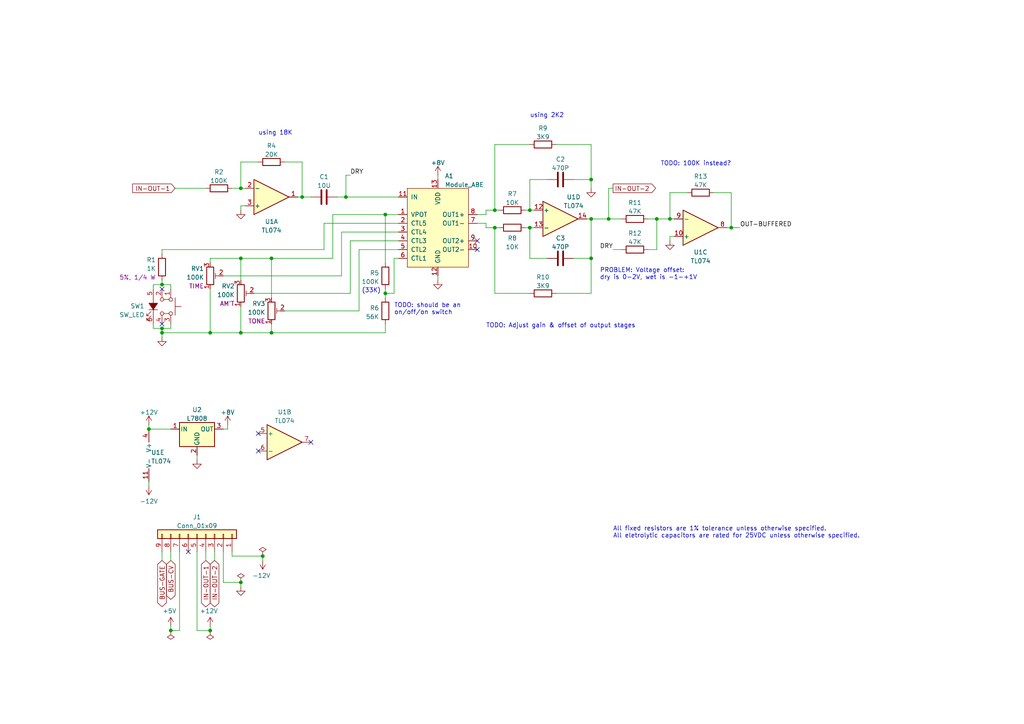
<source format=kicad_sch>
(kicad_sch (version 20211123) (generator eeschema)

  (uuid a1a9a0d8-c6de-418f-9a57-bf7f74b6d401)

  (paper "A4")

  (title_block
    (title "Eurorack ProtoModule")
    (date "2021-10-06")
    (rev "1.0")
    (company "Len Popp")
    (comment 1 "Copyright © 2022 Len Popp CC BY")
    (comment 2 "Circuit design for my custom Eurorack breadboard prototyping module")
  )

  (lib_symbols
    (symbol "-lmp-opamp:TL074" (pin_names (offset 0.127)) (in_bom yes) (on_board yes)
      (property "Reference" "U" (id 0) (at 0 5.08 0)
        (effects (font (size 1.27 1.27)) (justify left))
      )
      (property "Value" "TL074" (id 1) (at 0 -5.08 0)
        (effects (font (size 1.27 1.27)) (justify left))
      )
      (property "Footprint" "Package_DIP:DIP-14_W7.62mm" (id 2) (at -1.27 2.54 0)
        (effects (font (size 1.27 1.27)) hide)
      )
      (property "Datasheet" "http://www.ti.com/lit/ds/symlink/tl071.pdf" (id 3) (at 1.27 5.08 0)
        (effects (font (size 1.27 1.27)) hide)
      )
      (property "Manufacturer" "Texas Instruments" (id 4) (at 0 0 0)
        (effects (font (size 1.27 1.27)) hide)
      )
      (property "ManufacturerPartNum" "TL074BCN" (id 5) (at 0 0 0)
        (effects (font (size 1.27 1.27)) hide)
      )
      (property "Distributor" "Mouser" (id 6) (at 0 0 0)
        (effects (font (size 1.27 1.27)) hide)
      )
      (property "DistributorPartNum" "595-TL074BCN" (id 7) (at 0 0 0)
        (effects (font (size 1.27 1.27)) hide)
      )
      (property "DistributorPartLink" "https://www.mouser.ca/ProductDetail/?qs=vxEfx8VrU7BHurOY5iQdiA%3D%3D" (id 8) (at 0 0 0)
        (effects (font (size 1.27 1.27)) hide)
      )
      (property "ki_locked" "" (id 9) (at 0 0 0)
        (effects (font (size 1.27 1.27)))
      )
      (property "ki_keywords" "quad opamp" (id 10) (at 0 0 0)
        (effects (font (size 1.27 1.27)) hide)
      )
      (property "ki_description" "Quad Low-Noise JFET-Input Operational Amplifiers, DIP-14/SOIC-14" (id 11) (at 0 0 0)
        (effects (font (size 1.27 1.27)) hide)
      )
      (property "ki_fp_filters" "SOIC*3.9x8.7mm*P1.27mm* DIP*W7.62mm* TSSOP*4.4x5mm*P0.65mm* SSOP*5.3x6.2mm*P0.65mm* MSOP*3x3mm*P0.5mm*" (id 12) (at 0 0 0)
        (effects (font (size 1.27 1.27)) hide)
      )
      (symbol "TL074_1_1"
        (polyline
          (pts
            (xy -5.08 5.08)
            (xy 5.08 0)
            (xy -5.08 -5.08)
            (xy -5.08 5.08)
          )
          (stroke (width 0.254) (type default) (color 0 0 0 0))
          (fill (type background))
        )
        (pin output line (at 7.62 0 180) (length 2.54)
          (name "~" (effects (font (size 1.27 1.27))))
          (number "1" (effects (font (size 1.27 1.27))))
        )
        (pin input line (at -7.62 -2.54 0) (length 2.54)
          (name "-" (effects (font (size 1.27 1.27))))
          (number "2" (effects (font (size 1.27 1.27))))
        )
        (pin input line (at -7.62 2.54 0) (length 2.54)
          (name "+" (effects (font (size 1.27 1.27))))
          (number "3" (effects (font (size 1.27 1.27))))
        )
      )
      (symbol "TL074_2_1"
        (polyline
          (pts
            (xy -5.08 5.08)
            (xy 5.08 0)
            (xy -5.08 -5.08)
            (xy -5.08 5.08)
          )
          (stroke (width 0.254) (type default) (color 0 0 0 0))
          (fill (type background))
        )
        (pin input line (at -7.62 2.54 0) (length 2.54)
          (name "+" (effects (font (size 1.27 1.27))))
          (number "5" (effects (font (size 1.27 1.27))))
        )
        (pin input line (at -7.62 -2.54 0) (length 2.54)
          (name "-" (effects (font (size 1.27 1.27))))
          (number "6" (effects (font (size 1.27 1.27))))
        )
        (pin output line (at 7.62 0 180) (length 2.54)
          (name "~" (effects (font (size 1.27 1.27))))
          (number "7" (effects (font (size 1.27 1.27))))
        )
      )
      (symbol "TL074_3_1"
        (polyline
          (pts
            (xy -5.08 5.08)
            (xy 5.08 0)
            (xy -5.08 -5.08)
            (xy -5.08 5.08)
          )
          (stroke (width 0.254) (type default) (color 0 0 0 0))
          (fill (type background))
        )
        (pin input line (at -7.62 2.54 0) (length 2.54)
          (name "+" (effects (font (size 1.27 1.27))))
          (number "10" (effects (font (size 1.27 1.27))))
        )
        (pin output line (at 7.62 0 180) (length 2.54)
          (name "~" (effects (font (size 1.27 1.27))))
          (number "8" (effects (font (size 1.27 1.27))))
        )
        (pin input line (at -7.62 -2.54 0) (length 2.54)
          (name "-" (effects (font (size 1.27 1.27))))
          (number "9" (effects (font (size 1.27 1.27))))
        )
      )
      (symbol "TL074_4_1"
        (polyline
          (pts
            (xy -5.08 5.08)
            (xy 5.08 0)
            (xy -5.08 -5.08)
            (xy -5.08 5.08)
          )
          (stroke (width 0.254) (type default) (color 0 0 0 0))
          (fill (type background))
        )
        (pin input line (at -7.62 2.54 0) (length 2.54)
          (name "+" (effects (font (size 1.27 1.27))))
          (number "12" (effects (font (size 1.27 1.27))))
        )
        (pin input line (at -7.62 -2.54 0) (length 2.54)
          (name "-" (effects (font (size 1.27 1.27))))
          (number "13" (effects (font (size 1.27 1.27))))
        )
        (pin output line (at 7.62 0 180) (length 2.54)
          (name "~" (effects (font (size 1.27 1.27))))
          (number "14" (effects (font (size 1.27 1.27))))
        )
      )
      (symbol "TL074_5_1"
        (pin power_in line (at -2.54 -7.62 90) (length 3.81)
          (name "V-" (effects (font (size 1.27 1.27))))
          (number "11" (effects (font (size 1.27 1.27))))
        )
        (pin power_in line (at -2.54 7.62 270) (length 3.81)
          (name "V+" (effects (font (size 1.27 1.27))))
          (number "4" (effects (font (size 1.27 1.27))))
        )
      )
    )
    (symbol "-lmp-power:+12V" (power) (pin_names (offset 0)) (in_bom yes) (on_board yes)
      (property "Reference" "#PWR" (id 0) (at 0 -3.81 0)
        (effects (font (size 1.27 1.27)) hide)
      )
      (property "Value" "+12V" (id 1) (at 0 3.556 0)
        (effects (font (size 1.27 1.27)))
      )
      (property "Footprint" "" (id 2) (at 0 0 0)
        (effects (font (size 1.27 1.27)) hide)
      )
      (property "Datasheet" "" (id 3) (at 0 0 0)
        (effects (font (size 1.27 1.27)) hide)
      )
      (property "ki_keywords" "power-flag" (id 4) (at 0 0 0)
        (effects (font (size 1.27 1.27)) hide)
      )
      (property "ki_description" "Power symbol creates a global label with name \"+12V\"" (id 5) (at 0 0 0)
        (effects (font (size 1.27 1.27)) hide)
      )
      (symbol "+12V_0_1"
        (polyline
          (pts
            (xy -0.762 1.27)
            (xy 0 2.54)
          )
          (stroke (width 0) (type default) (color 0 0 0 0))
          (fill (type none))
        )
        (polyline
          (pts
            (xy 0 0)
            (xy 0 2.54)
          )
          (stroke (width 0) (type default) (color 0 0 0 0))
          (fill (type none))
        )
        (polyline
          (pts
            (xy 0 2.54)
            (xy 0.762 1.27)
          )
          (stroke (width 0) (type default) (color 0 0 0 0))
          (fill (type none))
        )
      )
      (symbol "+12V_1_1"
        (pin power_in line (at 0 0 90) (length 0) hide
          (name "+12V" (effects (font (size 1.27 1.27))))
          (number "1" (effects (font (size 1.27 1.27))))
        )
      )
    )
    (symbol "-lmp-power:+5V" (power) (pin_names (offset 0)) (in_bom yes) (on_board yes)
      (property "Reference" "#PWR" (id 0) (at 0 -3.81 0)
        (effects (font (size 1.27 1.27)) hide)
      )
      (property "Value" "+5V" (id 1) (at 0 3.556 0)
        (effects (font (size 1.27 1.27)))
      )
      (property "Footprint" "" (id 2) (at 0 0 0)
        (effects (font (size 1.27 1.27)) hide)
      )
      (property "Datasheet" "" (id 3) (at 0 0 0)
        (effects (font (size 1.27 1.27)) hide)
      )
      (property "ki_keywords" "power-flag" (id 4) (at 0 0 0)
        (effects (font (size 1.27 1.27)) hide)
      )
      (property "ki_description" "Power symbol creates a global label with name \"+5V\"" (id 5) (at 0 0 0)
        (effects (font (size 1.27 1.27)) hide)
      )
      (symbol "+5V_0_1"
        (polyline
          (pts
            (xy -0.762 1.27)
            (xy 0 2.54)
          )
          (stroke (width 0) (type default) (color 0 0 0 0))
          (fill (type none))
        )
        (polyline
          (pts
            (xy 0 0)
            (xy 0 2.54)
          )
          (stroke (width 0) (type default) (color 0 0 0 0))
          (fill (type none))
        )
        (polyline
          (pts
            (xy 0 2.54)
            (xy 0.762 1.27)
          )
          (stroke (width 0) (type default) (color 0 0 0 0))
          (fill (type none))
        )
      )
      (symbol "+5V_1_1"
        (pin power_in line (at 0 0 90) (length 0) hide
          (name "+5V" (effects (font (size 1.27 1.27))))
          (number "1" (effects (font (size 1.27 1.27))))
        )
      )
    )
    (symbol "-lmp-power:-12V" (power) (pin_names (offset 0)) (in_bom yes) (on_board yes)
      (property "Reference" "#PWR" (id 0) (at 0 3.81 0)
        (effects (font (size 1.27 1.27)) hide)
      )
      (property "Value" "-12V" (id 1) (at 0 -3.556 0)
        (effects (font (size 1.27 1.27)))
      )
      (property "Footprint" "" (id 2) (at 0 0 0)
        (effects (font (size 1.27 1.27)) hide)
      )
      (property "Datasheet" "" (id 3) (at 0 0 0)
        (effects (font (size 1.27 1.27)) hide)
      )
      (property "ki_keywords" "power-flag" (id 4) (at 0 0 0)
        (effects (font (size 1.27 1.27)) hide)
      )
      (property "ki_description" "Power symbol creates a global label with name \"-12V\"" (id 5) (at 0 0 0)
        (effects (font (size 1.27 1.27)) hide)
      )
      (symbol "-12V_0_1"
        (polyline
          (pts
            (xy -0.762 -1.27)
            (xy 0 -2.54)
          )
          (stroke (width 0) (type default) (color 0 0 0 0))
          (fill (type none))
        )
        (polyline
          (pts
            (xy 0 -2.54)
            (xy 0.762 -1.27)
          )
          (stroke (width 0) (type default) (color 0 0 0 0))
          (fill (type none))
        )
        (polyline
          (pts
            (xy 0 0)
            (xy 0 -2.54)
          )
          (stroke (width 0) (type default) (color 0 0 0 0))
          (fill (type none))
        )
      )
      (symbol "-12V_1_1"
        (pin power_in line (at 0 0 270) (length 0) hide
          (name "-12V" (effects (font (size 1.27 1.27))))
          (number "1" (effects (font (size 1.27 1.27))))
        )
      )
    )
    (symbol "-lmp-power:GND" (power) (pin_numbers hide) (pin_names (offset 0) hide) (in_bom yes) (on_board yes)
      (property "Reference" "#PWR" (id 0) (at 0 -6.35 0)
        (effects (font (size 1.27 1.27)) hide)
      )
      (property "Value" "GND" (id 1) (at 0 -3.81 0)
        (effects (font (size 1.27 1.27)) hide)
      )
      (property "Footprint" "" (id 2) (at 0 0 0)
        (effects (font (size 1.27 1.27)) hide)
      )
      (property "Datasheet" "" (id 3) (at 0 0 0)
        (effects (font (size 1.27 1.27)) hide)
      )
      (property "ki_keywords" "power-flag" (id 4) (at 0 0 0)
        (effects (font (size 1.27 1.27)) hide)
      )
      (property "ki_description" "Power symbol creates a global label with name \"GND\" , ground" (id 5) (at 0 0 0)
        (effects (font (size 1.27 1.27)) hide)
      )
      (symbol "GND_0_1"
        (polyline
          (pts
            (xy 0 0)
            (xy 0 -1.27)
            (xy 1.27 -1.27)
            (xy 0 -2.54)
            (xy -1.27 -1.27)
            (xy 0 -1.27)
          )
          (stroke (width 0) (type default) (color 0 0 0 0))
          (fill (type none))
        )
      )
      (symbol "GND_1_1"
        (pin power_in line (at 0 0 270) (length 0) hide
          (name "GND" (effects (font (size 1.27 1.27))))
          (number "1" (effects (font (size 1.27 1.27))))
        )
      )
    )
    (symbol "-lmp-power:PWR_FLAG" (power) (pin_numbers hide) (pin_names (offset 0) hide) (in_bom yes) (on_board yes)
      (property "Reference" "#FLG" (id 0) (at 0 1.905 0)
        (effects (font (size 1.27 1.27)) hide)
      )
      (property "Value" "PWR_FLAG" (id 1) (at 0 3.81 0)
        (effects (font (size 1.27 1.27)))
      )
      (property "Footprint" "" (id 2) (at 0 0 0)
        (effects (font (size 1.27 1.27)) hide)
      )
      (property "Datasheet" "~" (id 3) (at 0 0 0)
        (effects (font (size 1.27 1.27)) hide)
      )
      (property "ki_keywords" "power-flag" (id 4) (at 0 0 0)
        (effects (font (size 1.27 1.27)) hide)
      )
      (property "ki_description" "Special symbol for telling ERC where power comes from" (id 5) (at 0 0 0)
        (effects (font (size 1.27 1.27)) hide)
      )
      (symbol "PWR_FLAG_0_0"
        (pin power_out line (at 0 0 90) (length 0)
          (name "pwr" (effects (font (size 1.27 1.27))))
          (number "1" (effects (font (size 1.27 1.27))))
        )
      )
      (symbol "PWR_FLAG_0_1"
        (polyline
          (pts
            (xy 0 0)
            (xy 0 1.27)
            (xy -1.016 1.905)
            (xy 0 2.54)
            (xy 1.016 1.905)
            (xy 0 1.27)
          )
          (stroke (width 0) (type default) (color 0 0 0 0))
          (fill (type none))
        )
      )
    )
    (symbol "-lmp-synth:CNP_10U" (pin_numbers hide) (pin_names (offset 0.254)) (in_bom yes) (on_board yes)
      (property "Reference" "C" (id 0) (at 0.635 2.54 0)
        (effects (font (size 1.27 1.27)) (justify left))
      )
      (property "Value" "CNP_10U" (id 1) (at 0.635 -2.54 0)
        (effects (font (size 1.27 1.27)) (justify left))
      )
      (property "Footprint" "-lmp-misc:C_Radial_D5.0mm_H5.0mm_P2.50mm" (id 2) (at 0.9652 -3.81 0)
        (effects (font (size 1.27 1.27)) hide)
      )
      (property "Datasheet" "https://www.mouser.ca/datasheet/2/315/ABA0000C1053-947510.pdf" (id 3) (at 0 0 0)
        (effects (font (size 1.27 1.27)) hide)
      )
      (property "Note" "Non-polarized" (id 4) (at 0 0 0)
        (effects (font (size 1.27 1.27)) hide)
      )
      (property "Manufacturer" "Panasonic" (id 5) (at 0 0 0)
        (effects (font (size 1.27 1.27)) hide)
      )
      (property "ManufacturerPartNum" "ECE-A1EN100UI" (id 6) (at 0 0 0)
        (effects (font (size 1.27 1.27)) hide)
      )
      (property "Distributor" "Mouser" (id 7) (at 0 0 0)
        (effects (font (size 1.27 1.27)) hide)
      )
      (property "DistributorPartNum" "667-ECE-A1EN100UI" (id 8) (at 0 0 0)
        (effects (font (size 1.27 1.27)) hide)
      )
      (property "DistributorPartLink" "https://www.mouser.ca/ProductDetail/Panasonic/ECE-A1EN100UI?qs=0h1gzos03f36mGOUyzNXaA%3D%3D" (id 9) (at 0 0 0)
        (effects (font (size 1.27 1.27)) hide)
      )
      (property "ki_keywords" "cap capacitor non-polarized electrolytic" (id 10) (at 0 0 0)
        (effects (font (size 1.27 1.27)) hide)
      )
      (property "ki_description" "Capacitor - Non-polarized Electrolytic" (id 11) (at 0 0 0)
        (effects (font (size 1.27 1.27)) hide)
      )
      (property "ki_fp_filters" "C_*" (id 12) (at 0 0 0)
        (effects (font (size 1.27 1.27)) hide)
      )
      (symbol "CNP_10U_0_1"
        (polyline
          (pts
            (xy -2.032 -0.762)
            (xy 2.032 -0.762)
          )
          (stroke (width 0.508) (type default) (color 0 0 0 0))
          (fill (type none))
        )
        (polyline
          (pts
            (xy -2.032 0.762)
            (xy 2.032 0.762)
          )
          (stroke (width 0.508) (type default) (color 0 0 0 0))
          (fill (type none))
        )
      )
      (symbol "CNP_10U_1_1"
        (pin passive line (at 0 3.81 270) (length 2.794)
          (name "~" (effects (font (size 1.27 1.27))))
          (number "1" (effects (font (size 1.27 1.27))))
        )
        (pin passive line (at 0 -3.81 90) (length 2.794)
          (name "~" (effects (font (size 1.27 1.27))))
          (number "2" (effects (font (size 1.27 1.27))))
        )
      )
    )
    (symbol "-lmp-synth:Module_ABE" (pin_names (offset 1.016)) (in_bom yes) (on_board yes)
      (property "Reference" "A" (id 0) (at 8.89 12.7 0)
        (effects (font (size 1.27 1.27)) (justify right))
      )
      (property "Value" "Module_ABE" (id 1) (at -8.89 12.7 0)
        (effects (font (size 1.27 1.27)) (justify left))
      )
      (property "Footprint" "-lmp-synth:Module_ABE_Vert" (id 2) (at -12.7 15.875 0)
        (effects (font (size 1.27 1.27)) hide)
      )
      (property "Datasheet" "https://www.tubesandmore.com/sites/default/files/associated_files/p-r-abe.pdf" (id 3) (at -12.7 15.875 0)
        (effects (font (size 1.27 1.27)) hide)
      )
      (property "Manufacturer" "Accu-Bell" (id 4) (at 0 0 0)
        (effects (font (size 1.27 1.27)) hide)
      )
      (property "ManufacturerPartNum" "ABE" (id 5) (at 0 0 0)
        (effects (font (size 1.27 1.27)) hide)
      )
      (property "Distributor" "Antique Electronic Supply" (id 6) (at 0 0 0)
        (effects (font (size 1.27 1.27)) hide)
      )
      (property "DistributorPartNum" "P-R-ABE" (id 7) (at 0 0 0)
        (effects (font (size 1.27 1.27)) hide)
      )
      (property "DistributorPartLink" "https://www.tubesandmore.com/products/dsp-module-abe-accu-bell-effector-3-adjustable-effects" (id 8) (at 0 0 0)
        (effects (font (size 1.27 1.27)) hide)
      )
      (property "ki_keywords" "Accu-Bell Effector effects" (id 9) (at 0 0 0)
        (effects (font (size 1.27 1.27)) hide)
      )
      (property "ki_description" "Accu-Bell Effector digital effects module" (id 10) (at 0 0 0)
        (effects (font (size 1.27 1.27)) hide)
      )
      (symbol "Module_ABE_0_1"
        (rectangle (start -8.89 11.43) (end 8.89 -11.43)
          (stroke (width 0) (type default) (color 0 0 0 0))
          (fill (type background))
        )
        (pin input line (at -11.43 8.89 0) (length 2.54)
          (name "IN" (effects (font (size 1.27 1.27))))
          (number "11" (effects (font (size 1.27 1.27))))
        )
      )
      (symbol "Module_ABE_1_1"
        (pin output line (at -11.43 3.81 0) (length 2.54)
          (name "VPOT" (effects (font (size 1.27 1.27))))
          (number "1" (effects (font (size 1.27 1.27))))
        )
        (pin output line (at 11.43 -6.35 180) (length 2.54)
          (name "OUT2-" (effects (font (size 1.27 1.27))))
          (number "10" (effects (font (size 1.27 1.27))))
        )
        (pin power_in line (at 0 -13.97 90) (length 2.54)
          (name "GND" (effects (font (size 1.27 1.27))))
          (number "12" (effects (font (size 1.27 1.27))))
        )
        (pin power_in line (at 0 13.97 270) (length 2.54)
          (name "VDD" (effects (font (size 1.27 1.27))))
          (number "13" (effects (font (size 1.27 1.27))))
        )
        (pin input line (at -11.43 1.27 0) (length 2.54)
          (name "CTL5" (effects (font (size 1.27 1.27))))
          (number "2" (effects (font (size 1.27 1.27))))
        )
        (pin input line (at -11.43 -1.27 0) (length 2.54)
          (name "CTL4" (effects (font (size 1.27 1.27))))
          (number "3" (effects (font (size 1.27 1.27))))
        )
        (pin input line (at -11.43 -3.81 0) (length 2.54)
          (name "CTL3" (effects (font (size 1.27 1.27))))
          (number "4" (effects (font (size 1.27 1.27))))
        )
        (pin input line (at -11.43 -6.35 0) (length 2.54)
          (name "CTL2" (effects (font (size 1.27 1.27))))
          (number "5" (effects (font (size 1.27 1.27))))
        )
        (pin input line (at -11.43 -8.89 0) (length 2.54)
          (name "CTL1" (effects (font (size 1.27 1.27))))
          (number "6" (effects (font (size 1.27 1.27))))
        )
        (pin output line (at 11.43 1.27 180) (length 2.54)
          (name "OUT1-" (effects (font (size 1.27 1.27))))
          (number "7" (effects (font (size 1.27 1.27))))
        )
        (pin output line (at 11.43 3.81 180) (length 2.54)
          (name "OUT1+" (effects (font (size 1.27 1.27))))
          (number "8" (effects (font (size 1.27 1.27))))
        )
        (pin output line (at 11.43 -3.81 180) (length 2.54)
          (name "OUT2+" (effects (font (size 1.27 1.27))))
          (number "9" (effects (font (size 1.27 1.27))))
        )
      )
    )
    (symbol "-lmp-synth:R_1K_Output" (pin_numbers hide) (pin_names (offset 0)) (in_bom yes) (on_board yes)
      (property "Reference" "R" (id 0) (at -2.286 0 90)
        (effects (font (size 1.27 1.27)))
      )
      (property "Value" "R_1K_Output" (id 1) (at 2.413 0 90)
        (effects (font (size 1.27 1.27)))
      )
      (property "Footprint" "-lmp-misc:R_Axial_DIN0207_L6.3mm_D2.5mm_P10.16mm_Horizontal" (id 2) (at -1.778 0 90)
        (effects (font (size 1.27 1.27)) hide)
      )
      (property "Datasheet" "https://www.mouser.ca/datasheet/2/427/ccf07-1762725.pdf" (id 3) (at 0 0 0)
        (effects (font (size 1.27 1.27)) hide)
      )
      (property "Value2" "5%, 1/4 W" (id 4) (at 4.445 0 90)
        (effects (font (size 1.27 1.27)))
      )
      (property "Note" "Output limiting" (id 5) (at -1.905 -1.905 90)
        (effects (font (size 1.27 1.27)) hide)
      )
      (property "Manufacturer" "Vishay / Dale" (id 6) (at 0 0 0)
        (effects (font (size 1.27 1.27)) hide)
      )
      (property "ManufacturerPartNum" "CCF071K00JKE36" (id 7) (at 0 0 0)
        (effects (font (size 1.27 1.27)) hide)
      )
      (property "Distributor" "Mouser" (id 8) (at -1.905 0 90)
        (effects (font (size 1.27 1.27)) hide)
      )
      (property "DistributorPartNum" "71-CCF071K00JKE36" (id 9) (at 0 0 0)
        (effects (font (size 1.27 1.27)) hide)
      )
      (property "DistributorPartLink" "https://www.mouser.ca/ProductDetail/Vishay-Dale/CCF071K00JKE36?qs=sGAEpiMZZMsPqMdJzcrNwqw41JD0NFylHV1MADcQnpo%3D" (id 10) (at 0 0 0)
        (effects (font (size 1.27 1.27)) hide)
      )
      (property "ki_keywords" "R res resistor" (id 11) (at 0 0 0)
        (effects (font (size 1.27 1.27)) hide)
      )
      (property "ki_description" "Resistor" (id 12) (at 0 0 0)
        (effects (font (size 1.27 1.27)) hide)
      )
      (property "ki_fp_filters" "R_*" (id 13) (at 0 0 0)
        (effects (font (size 1.27 1.27)) hide)
      )
      (symbol "R_1K_Output_0_1"
        (rectangle (start -1.016 -2.54) (end 1.016 2.54)
          (stroke (width 0.254) (type default) (color 0 0 0 0))
          (fill (type none))
        )
      )
      (symbol "R_1K_Output_1_1"
        (pin passive line (at 0 3.81 270) (length 1.27)
          (name "~" (effects (font (size 1.27 1.27))))
          (number "1" (effects (font (size 1.27 1.27))))
        )
        (pin passive line (at 0 -3.81 90) (length 1.27)
          (name "~" (effects (font (size 1.27 1.27))))
          (number "2" (effects (font (size 1.27 1.27))))
        )
      )
    )
    (symbol "-lmp-synth:SW_Push_LED_C&K_D6R" (pin_names (offset 1.016) hide) (in_bom yes) (on_board yes)
      (property "Reference" "SW" (id 0) (at 0.635 5.715 0)
        (effects (font (size 1.27 1.27)) (justify left))
      )
      (property "Value" "SW_Push_LED_C&K_D6R" (id 1) (at -0.0508 -5.9182 0)
        (effects (font (size 1.27 1.27)))
      )
      (property "Footprint" "-lmp-synth:SW_Push_LED_C&K_D6R" (id 2) (at 0 7.62 0)
        (effects (font (size 1.27 1.27)) hide)
      )
      (property "Datasheet" "https://www.mouser.ca/datasheet/2/60/d6-1382571.pdf" (id 3) (at 0 7.62 0)
        (effects (font (size 1.27 1.27)) hide)
      )
      (property "Manufacturer" "C&K" (id 4) (at 0 0 0)
        (effects (font (size 1.27 1.27)) hide)
      )
      (property "ManufacturerPartNum" "D6RLBUF1 LFS" (id 5) (at 0 0 0)
        (effects (font (size 1.27 1.27)) hide)
      )
      (property "Distributor" "Mouser" (id 6) (at 0 0 0)
        (effects (font (size 1.27 1.27)) hide)
      )
      (property "DistributorPartNum" "611-D6RLBUF1LFS" (id 7) (at 0 0 0)
        (effects (font (size 1.27 1.27)) hide)
      )
      (property "DistributorPartLink" "https://www.mouser.co.uk/ProductDetail/CK/D6RLBUF1-LFS?qs=zW32dvEIR3uFcmnP%2FjXwsQ%3D%3D" (id 8) (at 0 0 0)
        (effects (font (size 1.27 1.27)) hide)
      )
      (property "ki_keywords" "switch normally-open pushbutton push-button LED C&K D6R" (id 9) (at 0 0 0)
        (effects (font (size 1.27 1.27)) hide)
      )
      (property "ki_description" "Push button switch with single LED, C&K D6R series" (id 10) (at 0 0 0)
        (effects (font (size 1.27 1.27)) hide)
      )
      (symbol "SW_Push_LED_C&K_D6R_0_0"
        (polyline
          (pts
            (xy -2.54 -2.54)
            (xy 2.54 -2.54)
          )
          (stroke (width 0) (type default) (color 0 0 0 0))
          (fill (type none))
        )
        (polyline
          (pts
            (xy 0.9398 -1.27)
            (xy 0.9398 -3.81)
          )
          (stroke (width 0) (type default) (color 0 0 0 0))
          (fill (type none))
        )
        (polyline
          (pts
            (xy 2.6924 -4.445)
            (xy 1.4224 -3.175)
          )
          (stroke (width 0) (type default) (color 0 0 0 0))
          (fill (type none))
        )
        (polyline
          (pts
            (xy 3.9624 -4.445)
            (xy 2.6924 -3.175)
          )
          (stroke (width 0) (type default) (color 0 0 0 0))
          (fill (type none))
        )
        (polyline
          (pts
            (xy 2.6924 -3.81)
            (xy 2.6924 -4.445)
            (xy 2.0574 -4.445)
          )
          (stroke (width 0) (type default) (color 0 0 0 0))
          (fill (type none))
        )
        (polyline
          (pts
            (xy 3.9624 -3.81)
            (xy 3.9624 -4.445)
            (xy 3.3274 -4.445)
          )
          (stroke (width 0) (type default) (color 0 0 0 0))
          (fill (type none))
        )
        (polyline
          (pts
            (xy 0.9398 -2.54)
            (xy -0.9652 -1.27)
            (xy -0.9652 -3.81)
            (xy 0.9398 -2.54)
          )
          (stroke (width 0) (type default) (color 0 0 0 0))
          (fill (type outline))
        )
      )
      (symbol "SW_Push_LED_C&K_D6R_0_1"
        (circle (center -2.032 2.54) (radius 0.508)
          (stroke (width 0) (type default) (color 0 0 0 0))
          (fill (type none))
        )
        (polyline
          (pts
            (xy -2.032 2.032)
            (xy -2.032 0.508)
          )
          (stroke (width 0) (type default) (color 0 0 0 0))
          (fill (type none))
        )
        (polyline
          (pts
            (xy 0 3.81)
            (xy 0 5.588)
          )
          (stroke (width 0) (type default) (color 0 0 0 0))
          (fill (type none))
        )
        (polyline
          (pts
            (xy 2.032 2.032)
            (xy 2.032 0.508)
          )
          (stroke (width 0) (type default) (color 0 0 0 0))
          (fill (type none))
        )
        (polyline
          (pts
            (xy 2.54 3.81)
            (xy -2.54 3.81)
          )
          (stroke (width 0) (type default) (color 0 0 0 0))
          (fill (type none))
        )
        (circle (center 2.032 2.54) (radius 0.508)
          (stroke (width 0) (type default) (color 0 0 0 0))
          (fill (type none))
        )
        (pin passive line (at -5.08 2.54 0) (length 2.54)
          (name "1" (effects (font (size 1.27 1.27))))
          (number "1" (effects (font (size 1.27 1.27))))
        )
        (pin passive line (at 5.08 2.54 180) (length 2.54)
          (name "3" (effects (font (size 1.27 1.27))))
          (number "3" (effects (font (size 1.27 1.27))))
        )
        (pin passive line (at -5.08 -2.54 0) (length 2.54)
          (name "A" (effects (font (size 1.27 1.27))))
          (number "5" (effects (font (size 1.27 1.27))))
        )
        (pin passive line (at 5.08 -2.54 180) (length 2.54)
          (name "K" (effects (font (size 1.27 1.27))))
          (number "6" (effects (font (size 1.27 1.27))))
        )
      )
      (symbol "SW_Push_LED_C&K_D6R_1_1"
        (circle (center -2.032 0) (radius 0.508)
          (stroke (width 0) (type default) (color 0 0 0 0))
          (fill (type none))
        )
        (circle (center 2.032 0) (radius 0.508)
          (stroke (width 0) (type default) (color 0 0 0 0))
          (fill (type none))
        )
        (pin passive line (at -5.08 0 0) (length 2.54)
          (name "2" (effects (font (size 1.27 1.27))))
          (number "2" (effects (font (size 1.27 1.27))))
        )
        (pin passive line (at 5.08 0 180) (length 2.54)
          (name "4" (effects (font (size 1.27 1.27))))
          (number "4" (effects (font (size 1.27 1.27))))
        )
      )
    )
    (symbol "-lmp:CC" (pin_numbers hide) (pin_names (offset 0.254)) (in_bom yes) (on_board yes)
      (property "Reference" "C" (id 0) (at 0.635 2.54 0)
        (effects (font (size 1.27 1.27)) (justify left))
      )
      (property "Value" "CC" (id 1) (at 0.635 -2.54 0)
        (effects (font (size 1.27 1.27)) (justify left))
      )
      (property "Footprint" "" (id 2) (at 0.9652 -3.81 0)
        (effects (font (size 1.27 1.27)) hide)
      )
      (property "Datasheet" "~" (id 3) (at 0 0 0)
        (effects (font (size 1.27 1.27)) hide)
      )
      (property "ki_keywords" "cap capacitor ceramic" (id 4) (at 0 0 0)
        (effects (font (size 1.27 1.27)) hide)
      )
      (property "ki_description" "Capacitor - Ceramic" (id 5) (at 0 0 0)
        (effects (font (size 1.27 1.27)) hide)
      )
      (property "ki_fp_filters" "C_*" (id 6) (at 0 0 0)
        (effects (font (size 1.27 1.27)) hide)
      )
      (symbol "CC_0_1"
        (polyline
          (pts
            (xy -2.032 -0.762)
            (xy 2.032 -0.762)
          )
          (stroke (width 0.508) (type default) (color 0 0 0 0))
          (fill (type none))
        )
        (polyline
          (pts
            (xy -2.032 0.762)
            (xy 2.032 0.762)
          )
          (stroke (width 0.508) (type default) (color 0 0 0 0))
          (fill (type none))
        )
      )
      (symbol "CC_1_1"
        (pin passive line (at 0 3.81 270) (length 2.794)
          (name "~" (effects (font (size 1.27 1.27))))
          (number "1" (effects (font (size 1.27 1.27))))
        )
        (pin passive line (at 0 -3.81 90) (length 2.794)
          (name "~" (effects (font (size 1.27 1.27))))
          (number "2" (effects (font (size 1.27 1.27))))
        )
      )
    )
    (symbol "-lmp:R_1%_0W166" (pin_numbers hide) (pin_names (offset 0)) (in_bom yes) (on_board yes)
      (property "Reference" "R" (id 0) (at -2.286 0 90)
        (effects (font (size 1.27 1.27)))
      )
      (property "Value" "R_1%_0W166" (id 1) (at 2.413 0 90)
        (effects (font (size 1.27 1.27)))
      )
      (property "Footprint" "-lmp-misc:R_Axial_DIN0207_L6.3mm_D2.5mm_P7.62mm_Horizontal" (id 2) (at -1.778 0 90)
        (effects (font (size 1.27 1.27)) hide)
      )
      (property "Datasheet" "https://www.mouser.ca/datasheet/2/447/Yageo_LR_MFR_1-1714151.pdf" (id 3) (at 0 0 0)
        (effects (font (size 1.27 1.27)) hide)
      )
      (property "Manufacturer" "YAGEO" (id 4) (at 0 0 0)
        (effects (font (size 1.27 1.27)) hide)
      )
      (property "ManufacturerPartNum" "MFR-12*" (id 5) (at 0 0 0)
        (effects (font (size 1.27 1.27)) hide)
      )
      (property "Distributor" "Mouser" (id 6) (at 0 0 0)
        (effects (font (size 1.27 1.27)) hide)
      )
      (property "DistributorPartNum" "603-MFR-12*" (id 7) (at 0 0 0)
        (effects (font (size 1.27 1.27)) hide)
      )
      (property "DistributorPartLink" "https://www.mouser.ca/c/?m=YAGEO&power+rating=166+mW+(1%2f6+W)&tolerance=1+%25&instock=y" (id 8) (at 0 0 0)
        (effects (font (size 1.27 1.27)) hide)
      )
      (property "Value2" "1%, 1/6 W" (id 9) (at 4.953 0 90)
        (effects (font (size 1.27 1.27)) hide)
      )
      (property "ki_keywords" "R res resistor" (id 10) (at 0 0 0)
        (effects (font (size 1.27 1.27)) hide)
      )
      (property "ki_description" "Resistor" (id 11) (at 0 0 0)
        (effects (font (size 1.27 1.27)) hide)
      )
      (property "ki_fp_filters" "R_*" (id 12) (at 0 0 0)
        (effects (font (size 1.27 1.27)) hide)
      )
      (symbol "R_1%_0W166_0_1"
        (rectangle (start -1.016 -2.54) (end 1.016 2.54)
          (stroke (width 0.254) (type default) (color 0 0 0 0))
          (fill (type none))
        )
      )
      (symbol "R_1%_0W166_1_1"
        (pin passive line (at 0 3.81 270) (length 1.27)
          (name "~" (effects (font (size 1.27 1.27))))
          (number "1" (effects (font (size 1.27 1.27))))
        )
        (pin passive line (at 0 -3.81 90) (length 1.27)
          (name "~" (effects (font (size 1.27 1.27))))
          (number "2" (effects (font (size 1.27 1.27))))
        )
      )
    )
    (symbol "-lmp:R_POT_TRIM" (pin_names (offset 1.016) hide) (in_bom yes) (on_board yes)
      (property "Reference" "RV" (id 0) (at -6.858 0 90)
        (effects (font (size 1.27 1.27)))
      )
      (property "Value" "R_POT_TRIM" (id 1) (at -4.953 0 90)
        (effects (font (size 1.27 1.27)))
      )
      (property "Footprint" "-lmp-misc:Potentiometer_Bourns_3386P_Top" (id 2) (at 0 0 0)
        (effects (font (size 1.27 1.27)) hide)
      )
      (property "Datasheet" "https://www.mouser.ca/datasheet/2/54/3386-776606.pdf" (id 3) (at 0 0 0)
        (effects (font (size 1.27 1.27)) hide)
      )
      (property "Label" "[label]" (id 4) (at -2.921 0 90)
        (effects (font (size 1.27 1.27)))
      )
      (property "Manufacturer" "Bourns" (id 5) (at 0 0 0)
        (effects (font (size 1.27 1.27)) hide)
      )
      (property "ManufacturerPartNum" "3386*" (id 6) (at 0 0 0)
        (effects (font (size 1.27 1.27)) hide)
      )
      (property "Distributor" "Mouser" (id 7) (at 0 0 0)
        (effects (font (size 1.27 1.27)) hide)
      )
      (property "DistributorPartNum" "652-3386*" (id 8) (at 0 0 0)
        (effects (font (size 1.27 1.27)) hide)
      )
      (property "DistributorPartLink" "https://www.mouser.ca/c/passive-components/resistors/variable-resistors/trimmer-resistors-through-hole/?number+of+turns=1&series=3386&instock=y" (id 9) (at 0 0 0)
        (effects (font (size 1.27 1.27)) hide)
      )
      (property "ki_keywords" "resistor variable trimpot trimmer" (id 10) (at 0 0 0)
        (effects (font (size 1.27 1.27)) hide)
      )
      (property "ki_description" "Trim-potentiometer" (id 11) (at 0 0 0)
        (effects (font (size 1.27 1.27)) hide)
      )
      (property "ki_fp_filters" "Potentiometer*" (id 12) (at 0 0 0)
        (effects (font (size 1.27 1.27)) hide)
      )
      (symbol "R_POT_TRIM_0_1"
        (polyline
          (pts
            (xy 1.524 0.762)
            (xy 1.524 -0.762)
          )
          (stroke (width 0) (type default) (color 0 0 0 0))
          (fill (type none))
        )
        (polyline
          (pts
            (xy 2.54 0)
            (xy 1.524 0)
          )
          (stroke (width 0) (type default) (color 0 0 0 0))
          (fill (type none))
        )
        (rectangle (start 1.016 2.54) (end -1.016 -2.54)
          (stroke (width 0.254) (type default) (color 0 0 0 0))
          (fill (type none))
        )
      )
      (symbol "R_POT_TRIM_1_1"
        (pin passive line (at 0 3.81 270) (length 1.27)
          (name "1" (effects (font (size 1.27 1.27))))
          (number "1" (effects (font (size 1.27 1.27))))
        )
        (pin passive line (at 3.81 0 180) (length 1.27)
          (name "2" (effects (font (size 1.27 1.27))))
          (number "2" (effects (font (size 1.27 1.27))))
        )
        (pin passive line (at 0 -3.81 90) (length 1.27)
          (name "3" (effects (font (size 1.27 1.27))))
          (number "3" (effects (font (size 1.27 1.27))))
        )
      )
    )
    (symbol "Connector_Generic:Conn_01x09" (pin_names (offset 1.016) hide) (in_bom yes) (on_board yes)
      (property "Reference" "J" (id 0) (at 0 12.7 0)
        (effects (font (size 1.27 1.27)))
      )
      (property "Value" "Conn_01x09" (id 1) (at 0 -12.7 0)
        (effects (font (size 1.27 1.27)))
      )
      (property "Footprint" "" (id 2) (at 0 0 0)
        (effects (font (size 1.27 1.27)) hide)
      )
      (property "Datasheet" "~" (id 3) (at 0 0 0)
        (effects (font (size 1.27 1.27)) hide)
      )
      (property "ki_keywords" "connector" (id 4) (at 0 0 0)
        (effects (font (size 1.27 1.27)) hide)
      )
      (property "ki_description" "Generic connector, single row, 01x09, script generated (kicad-library-utils/schlib/autogen/connector/)" (id 5) (at 0 0 0)
        (effects (font (size 1.27 1.27)) hide)
      )
      (property "ki_fp_filters" "Connector*:*_1x??_*" (id 6) (at 0 0 0)
        (effects (font (size 1.27 1.27)) hide)
      )
      (symbol "Conn_01x09_1_1"
        (rectangle (start -1.27 -10.033) (end 0 -10.287)
          (stroke (width 0.1524) (type default) (color 0 0 0 0))
          (fill (type none))
        )
        (rectangle (start -1.27 -7.493) (end 0 -7.747)
          (stroke (width 0.1524) (type default) (color 0 0 0 0))
          (fill (type none))
        )
        (rectangle (start -1.27 -4.953) (end 0 -5.207)
          (stroke (width 0.1524) (type default) (color 0 0 0 0))
          (fill (type none))
        )
        (rectangle (start -1.27 -2.413) (end 0 -2.667)
          (stroke (width 0.1524) (type default) (color 0 0 0 0))
          (fill (type none))
        )
        (rectangle (start -1.27 0.127) (end 0 -0.127)
          (stroke (width 0.1524) (type default) (color 0 0 0 0))
          (fill (type none))
        )
        (rectangle (start -1.27 2.667) (end 0 2.413)
          (stroke (width 0.1524) (type default) (color 0 0 0 0))
          (fill (type none))
        )
        (rectangle (start -1.27 5.207) (end 0 4.953)
          (stroke (width 0.1524) (type default) (color 0 0 0 0))
          (fill (type none))
        )
        (rectangle (start -1.27 7.747) (end 0 7.493)
          (stroke (width 0.1524) (type default) (color 0 0 0 0))
          (fill (type none))
        )
        (rectangle (start -1.27 10.287) (end 0 10.033)
          (stroke (width 0.1524) (type default) (color 0 0 0 0))
          (fill (type none))
        )
        (rectangle (start -1.27 11.43) (end 1.27 -11.43)
          (stroke (width 0.254) (type default) (color 0 0 0 0))
          (fill (type background))
        )
        (pin passive line (at -5.08 10.16 0) (length 3.81)
          (name "Pin_1" (effects (font (size 1.27 1.27))))
          (number "1" (effects (font (size 1.27 1.27))))
        )
        (pin passive line (at -5.08 7.62 0) (length 3.81)
          (name "Pin_2" (effects (font (size 1.27 1.27))))
          (number "2" (effects (font (size 1.27 1.27))))
        )
        (pin passive line (at -5.08 5.08 0) (length 3.81)
          (name "Pin_3" (effects (font (size 1.27 1.27))))
          (number "3" (effects (font (size 1.27 1.27))))
        )
        (pin passive line (at -5.08 2.54 0) (length 3.81)
          (name "Pin_4" (effects (font (size 1.27 1.27))))
          (number "4" (effects (font (size 1.27 1.27))))
        )
        (pin passive line (at -5.08 0 0) (length 3.81)
          (name "Pin_5" (effects (font (size 1.27 1.27))))
          (number "5" (effects (font (size 1.27 1.27))))
        )
        (pin passive line (at -5.08 -2.54 0) (length 3.81)
          (name "Pin_6" (effects (font (size 1.27 1.27))))
          (number "6" (effects (font (size 1.27 1.27))))
        )
        (pin passive line (at -5.08 -5.08 0) (length 3.81)
          (name "Pin_7" (effects (font (size 1.27 1.27))))
          (number "7" (effects (font (size 1.27 1.27))))
        )
        (pin passive line (at -5.08 -7.62 0) (length 3.81)
          (name "Pin_8" (effects (font (size 1.27 1.27))))
          (number "8" (effects (font (size 1.27 1.27))))
        )
        (pin passive line (at -5.08 -10.16 0) (length 3.81)
          (name "Pin_9" (effects (font (size 1.27 1.27))))
          (number "9" (effects (font (size 1.27 1.27))))
        )
      )
    )
    (symbol "Regulator_Linear:L7808" (pin_names (offset 0.254)) (in_bom yes) (on_board yes)
      (property "Reference" "U" (id 0) (at -3.81 3.175 0)
        (effects (font (size 1.27 1.27)))
      )
      (property "Value" "L7808" (id 1) (at 0 3.175 0)
        (effects (font (size 1.27 1.27)) (justify left))
      )
      (property "Footprint" "" (id 2) (at 0.635 -3.81 0)
        (effects (font (size 1.27 1.27) italic) (justify left) hide)
      )
      (property "Datasheet" "http://www.st.com/content/ccc/resource/technical/document/datasheet/41/4f/b3/b0/12/d4/47/88/CD00000444.pdf/files/CD00000444.pdf/jcr:content/translations/en.CD00000444.pdf" (id 3) (at 0 -1.27 0)
        (effects (font (size 1.27 1.27)) hide)
      )
      (property "ki_keywords" "Voltage Regulator 1.5A Positive" (id 4) (at 0 0 0)
        (effects (font (size 1.27 1.27)) hide)
      )
      (property "ki_description" "Positive 1.5A 35V Linear Regulator, Fixed Output 8V, TO-220/TO-263/TO-252" (id 5) (at 0 0 0)
        (effects (font (size 1.27 1.27)) hide)
      )
      (property "ki_fp_filters" "TO?252* TO?263* TO?220*" (id 6) (at 0 0 0)
        (effects (font (size 1.27 1.27)) hide)
      )
      (symbol "L7808_0_1"
        (rectangle (start -5.08 1.905) (end 5.08 -5.08)
          (stroke (width 0.254) (type default) (color 0 0 0 0))
          (fill (type background))
        )
      )
      (symbol "L7808_1_1"
        (pin power_in line (at -7.62 0 0) (length 2.54)
          (name "IN" (effects (font (size 1.27 1.27))))
          (number "1" (effects (font (size 1.27 1.27))))
        )
        (pin power_in line (at 0 -7.62 90) (length 2.54)
          (name "GND" (effects (font (size 1.27 1.27))))
          (number "2" (effects (font (size 1.27 1.27))))
        )
        (pin power_out line (at 7.62 0 180) (length 2.54)
          (name "OUT" (effects (font (size 1.27 1.27))))
          (number "3" (effects (font (size 1.27 1.27))))
        )
      )
    )
    (symbol "power:+8V" (power) (pin_names (offset 0)) (in_bom yes) (on_board yes)
      (property "Reference" "#PWR" (id 0) (at 0 -3.81 0)
        (effects (font (size 1.27 1.27)) hide)
      )
      (property "Value" "+8V" (id 1) (at 0 3.556 0)
        (effects (font (size 1.27 1.27)))
      )
      (property "Footprint" "" (id 2) (at 0 0 0)
        (effects (font (size 1.27 1.27)) hide)
      )
      (property "Datasheet" "" (id 3) (at 0 0 0)
        (effects (font (size 1.27 1.27)) hide)
      )
      (property "ki_keywords" "power-flag" (id 4) (at 0 0 0)
        (effects (font (size 1.27 1.27)) hide)
      )
      (property "ki_description" "Power symbol creates a global label with name \"+8V\"" (id 5) (at 0 0 0)
        (effects (font (size 1.27 1.27)) hide)
      )
      (symbol "+8V_0_1"
        (polyline
          (pts
            (xy -0.762 1.27)
            (xy 0 2.54)
          )
          (stroke (width 0) (type default) (color 0 0 0 0))
          (fill (type none))
        )
        (polyline
          (pts
            (xy 0 0)
            (xy 0 2.54)
          )
          (stroke (width 0) (type default) (color 0 0 0 0))
          (fill (type none))
        )
        (polyline
          (pts
            (xy 0 2.54)
            (xy 0.762 1.27)
          )
          (stroke (width 0) (type default) (color 0 0 0 0))
          (fill (type none))
        )
      )
      (symbol "+8V_1_1"
        (pin power_in line (at 0 0 90) (length 0) hide
          (name "+8V" (effects (font (size 1.27 1.27))))
          (number "1" (effects (font (size 1.27 1.27))))
        )
      )
    )
  )

  (junction (at 190.5 63.5) (diameter 0) (color 0 0 0 0)
    (uuid 0492d5c0-2ed9-426f-bed5-f6af3d10175f)
  )
  (junction (at 143.51 60.96) (diameter 0) (color 0 0 0 0)
    (uuid 054cd36f-7a19-4872-9906-6ae285bee2a9)
  )
  (junction (at 171.45 63.5) (diameter 0) (color 0 0 0 0)
    (uuid 09b41076-e6e0-4d16-a612-d314f8dc1839)
  )
  (junction (at 111.76 85.09) (diameter 0) (color 0 0 0 0)
    (uuid 0c3f08f9-553b-4f7e-bc89-8a73cbf1642e)
  )
  (junction (at 87.63 57.15) (diameter 0) (color 0 0 0 0)
    (uuid 2285e615-6dc0-4f8f-a144-e6798f3572b5)
  )
  (junction (at 171.45 52.07) (diameter 0) (color 0 0 0 0)
    (uuid 269cf0b5-ed54-418f-9437-f4aae2c2fbff)
  )
  (junction (at 153.67 60.96) (diameter 0) (color 0 0 0 0)
    (uuid 2c422355-348f-41cd-ae63-c038ed237ee2)
  )
  (junction (at 69.85 96.52) (diameter 0) (color 0 0 0 0)
    (uuid 53fd6066-22ba-4e53-a4d5-6110d02c0fc7)
  )
  (junction (at 212.09 66.04) (diameter 0) (color 0 0 0 0)
    (uuid 57fee561-c777-4f45-b2d5-3c4463f0ffa8)
  )
  (junction (at 69.85 74.93) (diameter 0) (color 0 0 0 0)
    (uuid 58157741-1ab9-4af8-a52c-972d3b24f487)
  )
  (junction (at 171.45 74.93) (diameter 0) (color 0 0 0 0)
    (uuid 59aeaf7e-f3f5-4480-bc6d-2f98a9047825)
  )
  (junction (at 100.33 57.15) (diameter 0) (color 0 0 0 0)
    (uuid 5f8fc4f0-b044-4d4d-85e7-72decb52bfb0)
  )
  (junction (at 46.99 96.52) (diameter 0) (color 0 0 0 0)
    (uuid 64145e1c-df09-4293-9e9b-efe6e0dd8f13)
  )
  (junction (at 46.99 82.55) (diameter 0) (color 0 0 0 0)
    (uuid 6f69e86b-c1d8-4bf0-9fdf-6c1e6927f0b2)
  )
  (junction (at 69.85 168.91) (diameter 0) (color 0 0 0 0)
    (uuid 7ea85228-de9d-46bb-aa3c-34dfb8e54239)
  )
  (junction (at 60.96 182.88) (diameter 0) (color 0 0 0 0)
    (uuid 83c70ce6-e441-4b07-80a6-2f5fb8a6492d)
  )
  (junction (at 143.51 66.04) (diameter 0) (color 0 0 0 0)
    (uuid 85b31a26-4188-416a-bcb3-c3de2c6c741a)
  )
  (junction (at 78.74 74.93) (diameter 0) (color 0 0 0 0)
    (uuid 87901649-4c53-45cc-a20a-aac81bc6365e)
  )
  (junction (at 111.76 62.23) (diameter 0) (color 0 0 0 0)
    (uuid 936227e4-44c2-47a2-895f-febda22f9996)
  )
  (junction (at 153.67 66.04) (diameter 0) (color 0 0 0 0)
    (uuid acbfdf92-0b09-4d74-b106-3f5ff67936d7)
  )
  (junction (at 43.18 124.46) (diameter 0) (color 0 0 0 0)
    (uuid b9b00e92-bdba-4b3a-bf36-fdb35a6297ba)
  )
  (junction (at 78.74 96.52) (diameter 0) (color 0 0 0 0)
    (uuid c2b4b292-4136-4914-907e-74af89428f10)
  )
  (junction (at 60.96 96.52) (diameter 0) (color 0 0 0 0)
    (uuid cdba091c-66f7-4bff-bdce-0fedd52b01b6)
  )
  (junction (at 76.2 161.29) (diameter 0) (color 0 0 0 0)
    (uuid d1038279-4eb4-4065-836c-dbd8cfc6d4a4)
  )
  (junction (at 194.31 63.5) (diameter 0) (color 0 0 0 0)
    (uuid d4fd31f7-f22a-40fd-b885-0708ecc7e715)
  )
  (junction (at 46.99 95.25) (diameter 0) (color 0 0 0 0)
    (uuid da1a9be1-e153-48b8-b052-cd2fe43350ba)
  )
  (junction (at 69.85 54.61) (diameter 0) (color 0 0 0 0)
    (uuid deb99c5d-ebb8-42bb-8008-2137a055eeb1)
  )
  (junction (at 49.53 182.88) (diameter 0) (color 0 0 0 0)
    (uuid e06225e3-eb34-4222-b283-4c5fa1a14550)
  )
  (junction (at 176.53 63.5) (diameter 0) (color 0 0 0 0)
    (uuid e843d45d-8323-4261-af98-e3ceed9e73c0)
  )

  (no_connect (at 74.93 130.81) (uuid 4ffc9579-0302-4ebb-9677-e4c4e2878934))
  (no_connect (at 90.17 128.27) (uuid 4ffc9579-0302-4ebb-9677-e4c4e2878935))
  (no_connect (at 74.93 125.73) (uuid 4ffc9579-0302-4ebb-9677-e4c4e2878936))
  (no_connect (at 54.61 160.02) (uuid 90a74f5e-7380-4ff0-bb5e-d9d5841f174b))
  (no_connect (at 138.43 69.85) (uuid 934157ab-2711-4498-9c27-c042d11903b7))
  (no_connect (at 138.43 72.39) (uuid 934157ab-2711-4498-9c27-c042d11903b8))
  (no_connect (at 46.99 93.98) (uuid b87feb91-45ad-4d3d-802e-f345952443ed))
  (no_connect (at 46.99 83.82) (uuid b87feb91-45ad-4d3d-802e-f345952443ee))

  (wire (pts (xy 154.94 66.04) (xy 153.67 66.04))
    (stroke (width 0) (type default) (color 0 0 0 0))
    (uuid 05d2f77b-2341-43e0-b517-4c89288565fe)
  )
  (wire (pts (xy 46.99 72.39) (xy 93.98 72.39))
    (stroke (width 0) (type default) (color 0 0 0 0))
    (uuid 06ecc2c9-a4f3-4147-82c2-e551f0ef0253)
  )
  (wire (pts (xy 44.45 95.25) (xy 46.99 95.25))
    (stroke (width 0) (type default) (color 0 0 0 0))
    (uuid 09875a19-a7c1-4c44-99a4-f78d8e056ef4)
  )
  (wire (pts (xy 46.99 72.39) (xy 46.99 73.66))
    (stroke (width 0) (type default) (color 0 0 0 0))
    (uuid 0aba664d-1985-47f4-8b1f-6b45a9ed1260)
  )
  (wire (pts (xy 43.18 124.46) (xy 49.53 124.46))
    (stroke (width 0) (type default) (color 0 0 0 0))
    (uuid 0b994e42-6df8-45a6-a558-4c6123198ca2)
  )
  (wire (pts (xy 111.76 83.82) (xy 111.76 85.09))
    (stroke (width 0) (type default) (color 0 0 0 0))
    (uuid 0dcb3fa1-b83e-409c-961a-8e25893a9b25)
  )
  (wire (pts (xy 43.18 123.19) (xy 43.18 124.46))
    (stroke (width 0) (type default) (color 0 0 0 0))
    (uuid 0f4b9ee7-d951-48c0-ba47-518143e09264)
  )
  (wire (pts (xy 140.97 60.96) (xy 143.51 60.96))
    (stroke (width 0) (type default) (color 0 0 0 0))
    (uuid 14c6dd30-856b-42e6-b92c-a227af5bba1d)
  )
  (wire (pts (xy 171.45 52.07) (xy 171.45 54.61))
    (stroke (width 0) (type default) (color 0 0 0 0))
    (uuid 15358253-05a6-48af-97e1-d4a250cf85fa)
  )
  (wire (pts (xy 59.69 160.02) (xy 59.69 162.56))
    (stroke (width 0) (type default) (color 0 0 0 0))
    (uuid 15f06c58-f54a-4e99-8411-3b02ee2b6d87)
  )
  (wire (pts (xy 111.76 93.98) (xy 111.76 96.52))
    (stroke (width 0) (type default) (color 0 0 0 0))
    (uuid 1616bd3f-34ad-4a85-ad9c-12638dd5ae3b)
  )
  (wire (pts (xy 171.45 74.93) (xy 171.45 85.09))
    (stroke (width 0) (type default) (color 0 0 0 0))
    (uuid 165fa6e7-b35b-43ba-8a3d-4faf74fad9bf)
  )
  (wire (pts (xy 49.53 182.88) (xy 52.07 182.88))
    (stroke (width 0) (type default) (color 0 0 0 0))
    (uuid 16a7e0a2-3e0c-4e8d-a95d-0aa2745b5fd4)
  )
  (wire (pts (xy 176.53 63.5) (xy 180.34 63.5))
    (stroke (width 0) (type default) (color 0 0 0 0))
    (uuid 176b61ab-9319-4991-b892-155fe9054ee2)
  )
  (wire (pts (xy 143.51 41.91) (xy 153.67 41.91))
    (stroke (width 0) (type default) (color 0 0 0 0))
    (uuid 17c6736f-5d05-49a9-be0d-b4b501ed202a)
  )
  (wire (pts (xy 87.63 57.15) (xy 87.63 46.99))
    (stroke (width 0) (type default) (color 0 0 0 0))
    (uuid 19553176-78c7-4a77-8c11-0b2a6c6ad2c6)
  )
  (wire (pts (xy 67.31 161.29) (xy 76.2 161.29))
    (stroke (width 0) (type default) (color 0 0 0 0))
    (uuid 1b59498e-fed4-40a3-97df-2886f1711aad)
  )
  (wire (pts (xy 78.74 74.93) (xy 96.52 74.93))
    (stroke (width 0) (type default) (color 0 0 0 0))
    (uuid 1beeb80e-0ba7-41b4-8eaa-d770443749ac)
  )
  (wire (pts (xy 115.57 74.93) (xy 114.3 74.93))
    (stroke (width 0) (type default) (color 0 0 0 0))
    (uuid 1d2dcba0-f893-48aa-a014-0af7badfcfc8)
  )
  (wire (pts (xy 86.36 57.15) (xy 87.63 57.15))
    (stroke (width 0) (type default) (color 0 0 0 0))
    (uuid 1e84c9ba-a24c-40c8-8fb0-ff2facc84dc4)
  )
  (wire (pts (xy 166.37 52.07) (xy 171.45 52.07))
    (stroke (width 0) (type default) (color 0 0 0 0))
    (uuid 1f90039a-8828-4ff7-bafe-afed2eb737da)
  )
  (wire (pts (xy 60.96 74.93) (xy 69.85 74.93))
    (stroke (width 0) (type default) (color 0 0 0 0))
    (uuid 1ffbeabc-d89c-4b47-9948-3d09612e6cd1)
  )
  (wire (pts (xy 76.2 161.29) (xy 76.2 162.56))
    (stroke (width 0) (type default) (color 0 0 0 0))
    (uuid 205abb1a-e53d-43ca-8aa5-51b63e522399)
  )
  (wire (pts (xy 144.78 66.04) (xy 143.51 66.04))
    (stroke (width 0) (type default) (color 0 0 0 0))
    (uuid 22b6dad9-89a8-438a-9a93-10c71834f29b)
  )
  (wire (pts (xy 210.82 66.04) (xy 212.09 66.04))
    (stroke (width 0) (type default) (color 0 0 0 0))
    (uuid 266a5497-36e5-4fd4-9cba-ea0559f77cd5)
  )
  (wire (pts (xy 140.97 62.23) (xy 140.97 60.96))
    (stroke (width 0) (type default) (color 0 0 0 0))
    (uuid 29bce1d6-4dbc-4aa8-96a4-156f06eca6e6)
  )
  (wire (pts (xy 46.99 95.25) (xy 49.53 95.25))
    (stroke (width 0) (type default) (color 0 0 0 0))
    (uuid 2af2155f-7195-4352-a2be-0e7a9cf2d13f)
  )
  (wire (pts (xy 64.77 80.01) (xy 99.06 80.01))
    (stroke (width 0) (type default) (color 0 0 0 0))
    (uuid 300cb1f0-d766-4232-8863-28681f9af15e)
  )
  (wire (pts (xy 111.76 85.09) (xy 111.76 86.36))
    (stroke (width 0) (type default) (color 0 0 0 0))
    (uuid 34948c72-242d-465a-a3c8-e955df021650)
  )
  (wire (pts (xy 194.31 68.58) (xy 195.58 68.58))
    (stroke (width 0) (type default) (color 0 0 0 0))
    (uuid 3511ced9-8e31-43ca-9c57-af3da14a23db)
  )
  (wire (pts (xy 69.85 74.93) (xy 69.85 81.28))
    (stroke (width 0) (type default) (color 0 0 0 0))
    (uuid 354205d9-9cfa-463f-b93f-930ea0b511bc)
  )
  (wire (pts (xy 171.45 63.5) (xy 176.53 63.5))
    (stroke (width 0) (type default) (color 0 0 0 0))
    (uuid 38a527bd-6ec6-49e8-b5a0-bef0281c3da4)
  )
  (wire (pts (xy 100.33 50.8) (xy 101.6 50.8))
    (stroke (width 0) (type default) (color 0 0 0 0))
    (uuid 3b89016c-b18a-4b11-b334-75ec5341bfb0)
  )
  (wire (pts (xy 87.63 46.99) (xy 82.55 46.99))
    (stroke (width 0) (type default) (color 0 0 0 0))
    (uuid 3ecb3697-2e28-4a77-9a1e-f35abc1a8bd4)
  )
  (wire (pts (xy 49.53 181.61) (xy 49.53 182.88))
    (stroke (width 0) (type default) (color 0 0 0 0))
    (uuid 429879b2-b02e-428e-aa75-e3e41021046f)
  )
  (wire (pts (xy 161.29 85.09) (xy 171.45 85.09))
    (stroke (width 0) (type default) (color 0 0 0 0))
    (uuid 4a723cff-b1ce-4501-9a7b-b23fb7128b91)
  )
  (wire (pts (xy 171.45 74.93) (xy 166.37 74.93))
    (stroke (width 0) (type default) (color 0 0 0 0))
    (uuid 4e3b0f85-5c4e-4dff-ac28-41f9046d0677)
  )
  (wire (pts (xy 187.96 72.39) (xy 190.5 72.39))
    (stroke (width 0) (type default) (color 0 0 0 0))
    (uuid 4f56ddae-14a4-4208-8989-bc9a32891128)
  )
  (wire (pts (xy 114.3 85.09) (xy 111.76 85.09))
    (stroke (width 0) (type default) (color 0 0 0 0))
    (uuid 520fdce2-dda2-4cbb-b376-4bee71bb711c)
  )
  (wire (pts (xy 69.85 74.93) (xy 78.74 74.93))
    (stroke (width 0) (type default) (color 0 0 0 0))
    (uuid 527189a2-bd47-4d60-bb4c-d32824c56609)
  )
  (wire (pts (xy 52.07 182.88) (xy 52.07 160.02))
    (stroke (width 0) (type default) (color 0 0 0 0))
    (uuid 529203ba-fbff-4f97-b041-152e441619f5)
  )
  (wire (pts (xy 49.53 83.82) (xy 49.53 82.55))
    (stroke (width 0) (type default) (color 0 0 0 0))
    (uuid 5355e00b-2e34-42f1-a326-2adbbe471d11)
  )
  (wire (pts (xy 57.15 182.88) (xy 60.96 182.88))
    (stroke (width 0) (type default) (color 0 0 0 0))
    (uuid 554b8be7-1943-45a4-a457-6b2d60ac1024)
  )
  (wire (pts (xy 143.51 66.04) (xy 143.51 85.09))
    (stroke (width 0) (type default) (color 0 0 0 0))
    (uuid 5561b0c8-213a-49fb-a3bf-801de5f770db)
  )
  (wire (pts (xy 153.67 66.04) (xy 152.4 66.04))
    (stroke (width 0) (type default) (color 0 0 0 0))
    (uuid 57257bce-e248-40b6-bf94-3b2e1ebef57f)
  )
  (wire (pts (xy 62.23 162.56) (xy 62.23 160.02))
    (stroke (width 0) (type default) (color 0 0 0 0))
    (uuid 57d975d4-6607-4de8-909d-121b06b236cd)
  )
  (wire (pts (xy 111.76 62.23) (xy 111.76 76.2))
    (stroke (width 0) (type default) (color 0 0 0 0))
    (uuid 585464fb-371a-40f3-8dc3-b97ed091506d)
  )
  (wire (pts (xy 194.31 63.5) (xy 195.58 63.5))
    (stroke (width 0) (type default) (color 0 0 0 0))
    (uuid 5aa483d1-59e1-47a2-813d-61476622f27a)
  )
  (wire (pts (xy 115.57 67.31) (xy 99.06 67.31))
    (stroke (width 0) (type default) (color 0 0 0 0))
    (uuid 5bb6b45a-6a6b-4ba5-856d-014c44d91e74)
  )
  (wire (pts (xy 190.5 63.5) (xy 194.31 63.5))
    (stroke (width 0) (type default) (color 0 0 0 0))
    (uuid 5ce98046-482f-4763-876b-4ca547188b22)
  )
  (wire (pts (xy 69.85 54.61) (xy 71.12 54.61))
    (stroke (width 0) (type default) (color 0 0 0 0))
    (uuid 5d4c540a-0a4c-431c-9643-8edfc3d4f36b)
  )
  (wire (pts (xy 153.67 60.96) (xy 154.94 60.96))
    (stroke (width 0) (type default) (color 0 0 0 0))
    (uuid 5dde84ee-266a-456e-85de-78c17f4e3057)
  )
  (wire (pts (xy 212.09 66.04) (xy 212.09 55.88))
    (stroke (width 0) (type default) (color 0 0 0 0))
    (uuid 5fb56ed1-daaa-4129-9fb8-064dd64e34ea)
  )
  (wire (pts (xy 127 80.01) (xy 127 81.28))
    (stroke (width 0) (type default) (color 0 0 0 0))
    (uuid 601c6a04-3443-44f4-86a0-25367e748545)
  )
  (wire (pts (xy 66.04 124.46) (xy 64.77 124.46))
    (stroke (width 0) (type default) (color 0 0 0 0))
    (uuid 62b8b9b8-d9ea-44ce-8cce-5046af3b4e9a)
  )
  (wire (pts (xy 161.29 41.91) (xy 171.45 41.91))
    (stroke (width 0) (type default) (color 0 0 0 0))
    (uuid 638fa4fb-e1eb-4630-a875-85f3700e7b3f)
  )
  (wire (pts (xy 46.99 82.55) (xy 44.45 82.55))
    (stroke (width 0) (type default) (color 0 0 0 0))
    (uuid 64e6d96b-7ba9-4ee3-8781-01ca8efc6b93)
  )
  (wire (pts (xy 104.14 90.17) (xy 104.14 72.39))
    (stroke (width 0) (type default) (color 0 0 0 0))
    (uuid 65bd12eb-c456-47bd-8488-96fadb5c8c4d)
  )
  (wire (pts (xy 46.99 95.25) (xy 46.99 96.52))
    (stroke (width 0) (type default) (color 0 0 0 0))
    (uuid 6715f1d6-b63e-4a35-a7d0-636ea2d714bb)
  )
  (wire (pts (xy 93.98 64.77) (xy 93.98 72.39))
    (stroke (width 0) (type default) (color 0 0 0 0))
    (uuid 676b8322-df17-41f4-b67e-15da1e986606)
  )
  (wire (pts (xy 111.76 96.52) (xy 78.74 96.52))
    (stroke (width 0) (type default) (color 0 0 0 0))
    (uuid 67e64a04-befa-49ef-bafd-d67f31ef0222)
  )
  (wire (pts (xy 66.04 123.19) (xy 66.04 124.46))
    (stroke (width 0) (type default) (color 0 0 0 0))
    (uuid 689fc3b6-5158-4b4e-97d4-8af331c95c34)
  )
  (wire (pts (xy 99.06 67.31) (xy 99.06 80.01))
    (stroke (width 0) (type default) (color 0 0 0 0))
    (uuid 690cb439-8dfe-4888-ad47-2afa80327787)
  )
  (wire (pts (xy 138.43 64.77) (xy 140.97 64.77))
    (stroke (width 0) (type default) (color 0 0 0 0))
    (uuid 6a485807-5075-4e5f-b57f-a6abcb0e72e5)
  )
  (wire (pts (xy 73.66 85.09) (xy 101.6 85.09))
    (stroke (width 0) (type default) (color 0 0 0 0))
    (uuid 6ada09e8-43e6-4337-9b25-9f7b7c5eda9c)
  )
  (wire (pts (xy 152.4 60.96) (xy 153.67 60.96))
    (stroke (width 0) (type default) (color 0 0 0 0))
    (uuid 6af00c4f-fa82-4984-9b30-199fcb8ec02e)
  )
  (wire (pts (xy 115.57 64.77) (xy 93.98 64.77))
    (stroke (width 0) (type default) (color 0 0 0 0))
    (uuid 6b4a2bd8-0e0b-4691-978b-d1b0123db8c3)
  )
  (wire (pts (xy 67.31 161.29) (xy 67.31 160.02))
    (stroke (width 0) (type default) (color 0 0 0 0))
    (uuid 6c027193-51a5-47ee-909d-a5cb24c49931)
  )
  (wire (pts (xy 143.51 41.91) (xy 143.51 60.96))
    (stroke (width 0) (type default) (color 0 0 0 0))
    (uuid 71db5617-7254-4e10-9809-6920f65c5293)
  )
  (wire (pts (xy 67.31 54.61) (xy 69.85 54.61))
    (stroke (width 0) (type default) (color 0 0 0 0))
    (uuid 725009b6-60b3-4c80-9f7f-3630ededee06)
  )
  (wire (pts (xy 49.53 95.25) (xy 49.53 93.98))
    (stroke (width 0) (type default) (color 0 0 0 0))
    (uuid 7522a048-2837-4992-8f94-debab7e3dea4)
  )
  (wire (pts (xy 69.85 168.91) (xy 64.77 168.91))
    (stroke (width 0) (type default) (color 0 0 0 0))
    (uuid 78eaf86f-e933-4844-b00d-e0b3fe26d052)
  )
  (wire (pts (xy 143.51 85.09) (xy 153.67 85.09))
    (stroke (width 0) (type default) (color 0 0 0 0))
    (uuid 79dbe9af-79de-425f-b49a-2e048e3a2503)
  )
  (wire (pts (xy 138.43 62.23) (xy 140.97 62.23))
    (stroke (width 0) (type default) (color 0 0 0 0))
    (uuid 80ec6318-2385-475a-84a9-38eab59d9bb1)
  )
  (wire (pts (xy 153.67 66.04) (xy 153.67 74.93))
    (stroke (width 0) (type default) (color 0 0 0 0))
    (uuid 82c0d406-ed44-4f9a-800c-b86c6e0fb887)
  )
  (wire (pts (xy 82.55 90.17) (xy 104.14 90.17))
    (stroke (width 0) (type default) (color 0 0 0 0))
    (uuid 8336739d-4573-4dd4-9560-cd842df918de)
  )
  (wire (pts (xy 212.09 66.04) (xy 214.63 66.04))
    (stroke (width 0) (type default) (color 0 0 0 0))
    (uuid 83439ca8-93b8-4e70-ae26-c1950a58a400)
  )
  (wire (pts (xy 78.74 74.93) (xy 78.74 86.36))
    (stroke (width 0) (type default) (color 0 0 0 0))
    (uuid 851c4b84-fe99-4bc5-8180-738050bf7fc7)
  )
  (wire (pts (xy 78.74 96.52) (xy 69.85 96.52))
    (stroke (width 0) (type default) (color 0 0 0 0))
    (uuid 8a41e253-1f88-4baa-8789-8bf1688ca6c5)
  )
  (wire (pts (xy 101.6 85.09) (xy 101.6 69.85))
    (stroke (width 0) (type default) (color 0 0 0 0))
    (uuid 8e6196e7-eede-4266-abe0-16f7bdc06830)
  )
  (wire (pts (xy 170.18 63.5) (xy 171.45 63.5))
    (stroke (width 0) (type default) (color 0 0 0 0))
    (uuid 8e8939ad-6dcf-4bce-ac36-438a7ba88e2b)
  )
  (wire (pts (xy 50.8 54.61) (xy 59.69 54.61))
    (stroke (width 0) (type default) (color 0 0 0 0))
    (uuid 981f0a11-7b7d-4287-92a1-97b9d7de945c)
  )
  (wire (pts (xy 69.85 59.69) (xy 71.12 59.69))
    (stroke (width 0) (type default) (color 0 0 0 0))
    (uuid 99cc56f2-1246-4226-8a0c-9288d868b481)
  )
  (wire (pts (xy 49.53 160.02) (xy 49.53 162.56))
    (stroke (width 0) (type default) (color 0 0 0 0))
    (uuid 9bdeda29-d138-4c87-b429-3ac24826c6e2)
  )
  (wire (pts (xy 60.96 74.93) (xy 60.96 76.2))
    (stroke (width 0) (type default) (color 0 0 0 0))
    (uuid 9be3e976-4658-49c4-94d0-2e21420771ca)
  )
  (wire (pts (xy 69.85 88.9) (xy 69.85 96.52))
    (stroke (width 0) (type default) (color 0 0 0 0))
    (uuid 9d561098-ac71-4ddc-928b-5994da4967fc)
  )
  (wire (pts (xy 104.14 72.39) (xy 115.57 72.39))
    (stroke (width 0) (type default) (color 0 0 0 0))
    (uuid a18562f9-2371-41c0-8084-d00a7dcd2f0e)
  )
  (wire (pts (xy 171.45 63.5) (xy 171.45 74.93))
    (stroke (width 0) (type default) (color 0 0 0 0))
    (uuid a27c3b53-9cb0-408d-9d9e-842ae958450c)
  )
  (wire (pts (xy 153.67 52.07) (xy 158.75 52.07))
    (stroke (width 0) (type default) (color 0 0 0 0))
    (uuid a3675f14-2181-4a45-84c6-0608196d311d)
  )
  (wire (pts (xy 127 50.8) (xy 127 52.07))
    (stroke (width 0) (type default) (color 0 0 0 0))
    (uuid a3731ac2-971b-46a1-bdd9-9905e839c0ae)
  )
  (wire (pts (xy 69.85 96.52) (xy 60.96 96.52))
    (stroke (width 0) (type default) (color 0 0 0 0))
    (uuid a4071c37-9402-44e2-bf93-94c9a124e90b)
  )
  (wire (pts (xy 140.97 64.77) (xy 140.97 66.04))
    (stroke (width 0) (type default) (color 0 0 0 0))
    (uuid a41b80cf-a5b5-43fa-abda-5e66255b04e5)
  )
  (wire (pts (xy 78.74 93.98) (xy 78.74 96.52))
    (stroke (width 0) (type default) (color 0 0 0 0))
    (uuid a5f74515-cc04-42f7-a9bc-1f443ccb76eb)
  )
  (wire (pts (xy 100.33 50.8) (xy 100.33 57.15))
    (stroke (width 0) (type default) (color 0 0 0 0))
    (uuid a66c8e06-0241-4685-a048-a4a097e261cd)
  )
  (wire (pts (xy 44.45 93.98) (xy 44.45 95.25))
    (stroke (width 0) (type default) (color 0 0 0 0))
    (uuid a7e0f509-7fa1-47ab-8fcc-457290707d2a)
  )
  (wire (pts (xy 96.52 62.23) (xy 111.76 62.23))
    (stroke (width 0) (type default) (color 0 0 0 0))
    (uuid a8616be1-9fef-40fc-912e-ae7d3778e851)
  )
  (wire (pts (xy 60.96 181.61) (xy 60.96 182.88))
    (stroke (width 0) (type default) (color 0 0 0 0))
    (uuid aa79643c-4152-4c50-aba6-7db5a76f9181)
  )
  (wire (pts (xy 101.6 69.85) (xy 115.57 69.85))
    (stroke (width 0) (type default) (color 0 0 0 0))
    (uuid aa99e531-4417-41ab-9895-e0ee4b27cd1f)
  )
  (wire (pts (xy 199.39 55.88) (xy 194.31 55.88))
    (stroke (width 0) (type default) (color 0 0 0 0))
    (uuid abeb78b3-ccd8-41f9-8ae2-8a5d1032232d)
  )
  (wire (pts (xy 190.5 63.5) (xy 190.5 72.39))
    (stroke (width 0) (type default) (color 0 0 0 0))
    (uuid acabcc51-d7aa-46ac-b0cf-07fc1be49d47)
  )
  (wire (pts (xy 97.79 57.15) (xy 100.33 57.15))
    (stroke (width 0) (type default) (color 0 0 0 0))
    (uuid b04f071b-596a-42c3-942f-4b9671e5970d)
  )
  (wire (pts (xy 212.09 55.88) (xy 207.01 55.88))
    (stroke (width 0) (type default) (color 0 0 0 0))
    (uuid b26a2829-dff8-4b20-b992-1d7427686e16)
  )
  (wire (pts (xy 153.67 60.96) (xy 153.67 52.07))
    (stroke (width 0) (type default) (color 0 0 0 0))
    (uuid b528d68f-ac65-45e0-90fb-2c6eec0b62ea)
  )
  (wire (pts (xy 87.63 57.15) (xy 90.17 57.15))
    (stroke (width 0) (type default) (color 0 0 0 0))
    (uuid ba52370c-5777-44fd-bf27-e6770732e212)
  )
  (wire (pts (xy 176.53 63.5) (xy 176.53 54.61))
    (stroke (width 0) (type default) (color 0 0 0 0))
    (uuid bb952a8f-4773-48e8-92b8-dd18b3cf6495)
  )
  (wire (pts (xy 100.33 57.15) (xy 115.57 57.15))
    (stroke (width 0) (type default) (color 0 0 0 0))
    (uuid c4298a5d-0f51-4e39-bd7a-791d2a30f3e2)
  )
  (wire (pts (xy 114.3 74.93) (xy 114.3 85.09))
    (stroke (width 0) (type default) (color 0 0 0 0))
    (uuid c5eca6d5-9129-4196-be17-b5b7ca075ce4)
  )
  (wire (pts (xy 69.85 46.99) (xy 69.85 54.61))
    (stroke (width 0) (type default) (color 0 0 0 0))
    (uuid c606e585-1ab4-4d3b-885d-6c201fe50e34)
  )
  (wire (pts (xy 60.96 83.82) (xy 60.96 96.52))
    (stroke (width 0) (type default) (color 0 0 0 0))
    (uuid ca9d11a0-cc00-4ca3-90ba-958e70d7d9bd)
  )
  (wire (pts (xy 46.99 162.56) (xy 46.99 160.02))
    (stroke (width 0) (type default) (color 0 0 0 0))
    (uuid cb381139-6573-4e1a-a168-3c5ba08b42e2)
  )
  (wire (pts (xy 158.75 74.93) (xy 153.67 74.93))
    (stroke (width 0) (type default) (color 0 0 0 0))
    (uuid cc71243d-f597-46f3-94ea-8b0fbb5b59a8)
  )
  (wire (pts (xy 74.93 46.99) (xy 69.85 46.99))
    (stroke (width 0) (type default) (color 0 0 0 0))
    (uuid ccd885f7-b9a5-4edd-b105-181b9aaad05e)
  )
  (wire (pts (xy 46.99 81.28) (xy 46.99 82.55))
    (stroke (width 0) (type default) (color 0 0 0 0))
    (uuid d0d67156-6f43-4b11-9cd0-3f09912b3205)
  )
  (wire (pts (xy 171.45 41.91) (xy 171.45 52.07))
    (stroke (width 0) (type default) (color 0 0 0 0))
    (uuid d181c113-eac3-4b1b-8349-d1e431f7d369)
  )
  (wire (pts (xy 140.97 66.04) (xy 143.51 66.04))
    (stroke (width 0) (type default) (color 0 0 0 0))
    (uuid da7bffa7-cf05-4ccf-9d7a-2dd285da9649)
  )
  (wire (pts (xy 177.8 72.39) (xy 180.34 72.39))
    (stroke (width 0) (type default) (color 0 0 0 0))
    (uuid db9a4712-f4c5-41f9-915a-e3b7fa20a396)
  )
  (wire (pts (xy 143.51 60.96) (xy 144.78 60.96))
    (stroke (width 0) (type default) (color 0 0 0 0))
    (uuid df78d935-c358-4d3a-91cf-6e81f51dea7a)
  )
  (wire (pts (xy 69.85 59.69) (xy 69.85 60.96))
    (stroke (width 0) (type default) (color 0 0 0 0))
    (uuid e09bae40-77fd-472c-982e-ab67e62f7010)
  )
  (wire (pts (xy 46.99 96.52) (xy 60.96 96.52))
    (stroke (width 0) (type default) (color 0 0 0 0))
    (uuid e114b15c-7db4-4129-96f3-993d5074765e)
  )
  (wire (pts (xy 44.45 82.55) (xy 44.45 83.82))
    (stroke (width 0) (type default) (color 0 0 0 0))
    (uuid e4ec1c6f-8c5c-497f-9dd3-f2e34a99d47c)
  )
  (wire (pts (xy 194.31 68.58) (xy 194.31 69.85))
    (stroke (width 0) (type default) (color 0 0 0 0))
    (uuid e6d2972c-6dd5-41af-a449-b5170a28f701)
  )
  (wire (pts (xy 187.96 63.5) (xy 190.5 63.5))
    (stroke (width 0) (type default) (color 0 0 0 0))
    (uuid e85da8dc-8d45-492e-ab33-cefc22710595)
  )
  (wire (pts (xy 69.85 170.18) (xy 69.85 168.91))
    (stroke (width 0) (type default) (color 0 0 0 0))
    (uuid e8706f54-c7a3-4555-82cd-9229fecbdb14)
  )
  (wire (pts (xy 57.15 160.02) (xy 57.15 182.88))
    (stroke (width 0) (type default) (color 0 0 0 0))
    (uuid eaabaedd-2c12-4bc6-baad-1eeb19b7d0ae)
  )
  (wire (pts (xy 49.53 82.55) (xy 46.99 82.55))
    (stroke (width 0) (type default) (color 0 0 0 0))
    (uuid eee53626-b4b2-47bf-8dc4-17b52fc73bbc)
  )
  (wire (pts (xy 43.18 139.7) (xy 43.18 140.97))
    (stroke (width 0) (type default) (color 0 0 0 0))
    (uuid f08f3032-65b5-4515-988a-c8f04121ad21)
  )
  (wire (pts (xy 96.52 74.93) (xy 96.52 62.23))
    (stroke (width 0) (type default) (color 0 0 0 0))
    (uuid f25f1c18-a3a9-4f4c-92b9-f8f7075ee02b)
  )
  (wire (pts (xy 177.8 54.61) (xy 176.53 54.61))
    (stroke (width 0) (type default) (color 0 0 0 0))
    (uuid f30b4a17-115f-4aa6-8bb7-b721651557cd)
  )
  (wire (pts (xy 46.99 96.52) (xy 46.99 97.79))
    (stroke (width 0) (type default) (color 0 0 0 0))
    (uuid f4fd2d74-c590-40da-a549-c6246cef0241)
  )
  (wire (pts (xy 194.31 55.88) (xy 194.31 63.5))
    (stroke (width 0) (type default) (color 0 0 0 0))
    (uuid f674a5af-535f-4372-b719-79ba259cfc20)
  )
  (wire (pts (xy 111.76 62.23) (xy 115.57 62.23))
    (stroke (width 0) (type default) (color 0 0 0 0))
    (uuid f903303d-f9db-4f0c-a42d-9f10e87cae39)
  )
  (wire (pts (xy 64.77 160.02) (xy 64.77 168.91))
    (stroke (width 0) (type default) (color 0 0 0 0))
    (uuid faeb5b72-ca69-4936-8963-e27b1abea091)
  )
  (wire (pts (xy 57.15 132.08) (xy 57.15 133.35))
    (stroke (width 0) (type default) (color 0 0 0 0))
    (uuid fe99e45b-0b3e-48e4-a14e-4c83635451fb)
  )

  (text "using 2K2" (at 153.67 34.29 0)
    (effects (font (size 1.27 1.27)) (justify left bottom))
    (uuid 07efad25-7806-4e7b-9278-0d606a72047c)
  )
  (text "(33K)" (at 110.49 85.09 180)
    (effects (font (size 1.27 1.27)) (justify right bottom))
    (uuid 3ac947ec-7b8c-4b36-a741-2b2d72079d9d)
  )
  (text "using 18K" (at 74.93 39.37 0)
    (effects (font (size 1.27 1.27)) (justify left bottom))
    (uuid 5c67fb89-6b10-45f1-a66c-639ca2143aba)
  )
  (text "PROBLEM: Voltage offset: \ndry is 0-2V, wet is -1-+1V"
    (at 173.99 81.28 0)
    (effects (font (size 1.27 1.27)) (justify left bottom))
    (uuid 7d77bfd9-9669-4fb4-9c3e-3d8f70646a55)
  )
  (text "TODO: 100K instead?" (at 212.09 48.26 180)
    (effects (font (size 1.27 1.27)) (justify right bottom))
    (uuid 7dae23c8-ac00-4f6c-84a9-f303c84c00b8)
  )
  (text "All fixed resistors are 1% tolerance unless otherwise specified.\nAll eletrolytic capacitors are rated for 25VDC unless otherwise specified."
    (at 177.8 156.21 0)
    (effects (font (size 1.27 1.27)) (justify left bottom))
    (uuid 97954bdd-6f0e-481b-b33b-a2801266daa9)
  )
  (text "TODO: should be an \non/off/on switch" (at 114.3 91.44 0)
    (effects (font (size 1.27 1.27)) (justify left bottom))
    (uuid e2f8bf7c-e267-4879-8077-0d6e78f9f182)
  )
  (text "TODO: Adjust gain & offset of output stages" (at 140.97 95.25 0)
    (effects (font (size 1.27 1.27)) (justify left bottom))
    (uuid fb6fcce6-1de2-437b-ada6-64795644d220)
  )

  (label "DRY" (at 101.6 50.8 0)
    (effects (font (size 1.27 1.27)) (justify left bottom))
    (uuid 801dc52e-1485-425c-9c68-47bec9139656)
  )
  (label "DRY" (at 177.8 72.39 180)
    (effects (font (size 1.27 1.27)) (justify right bottom))
    (uuid a47cc300-ad4f-452a-9abf-0510dff066e8)
  )
  (label "OUT-BUFFERED" (at 214.63 66.04 0)
    (effects (font (size 1.27 1.27)) (justify left bottom))
    (uuid a81953b2-adf8-4602-98b2-1e6feeabbd6e)
  )

  (global_label "BUS-CV" (shape bidirectional) (at 49.53 162.56 270) (fields_autoplaced)
    (effects (font (size 1.27 1.27)) (justify right))
    (uuid 349eabd2-9157-4e6f-84c8-33beed084473)
    (property "Intersheet References" "${INTERSHEET_REFS}" (id 0) (at -35.56 35.56 0)
      (effects (font (size 1.27 1.27)) (justify left) hide)
    )
  )
  (global_label "BUS-GATE" (shape bidirectional) (at 46.99 162.56 270) (fields_autoplaced)
    (effects (font (size 1.27 1.27)) (justify right))
    (uuid 6ff2874f-e693-46ee-9e7b-44354f6e5884)
    (property "Intersheet References" "${INTERSHEET_REFS}" (id 0) (at -35.56 35.56 0)
      (effects (font (size 1.27 1.27)) (justify left) hide)
    )
  )
  (global_label "IN-OUT-2" (shape output) (at 177.8 54.61 0) (fields_autoplaced)
    (effects (font (size 1.27 1.27)) (justify left))
    (uuid 951d0c41-5c86-45d1-8b98-6abe06f09a2e)
    (property "Intersheet References" "${INTERSHEET_REFS}" (id 0) (at 190.0423 54.5306 0)
      (effects (font (size 1.27 1.27)) (justify left) hide)
    )
  )
  (global_label "IN-OUT-1" (shape bidirectional) (at 59.69 162.56 270) (fields_autoplaced)
    (effects (font (size 1.27 1.27)) (justify right))
    (uuid bd8354e6-6367-4dcd-aa20-50a90c915d71)
    (property "Intersheet References" "${INTERSHEET_REFS}" (id 0) (at -35.56 35.56 0)
      (effects (font (size 1.27 1.27)) (justify left) hide)
    )
  )
  (global_label "IN-OUT-1" (shape input) (at 50.8 54.61 180) (fields_autoplaced)
    (effects (font (size 1.27 1.27)) (justify right))
    (uuid d9333be4-b237-4ff7-8cab-ab7488037d41)
    (property "Intersheet References" "${INTERSHEET_REFS}" (id 0) (at 38.5577 54.5306 0)
      (effects (font (size 1.27 1.27)) (justify right) hide)
    )
  )
  (global_label "IN-OUT-2" (shape bidirectional) (at 62.23 162.56 270) (fields_autoplaced)
    (effects (font (size 1.27 1.27)) (justify right))
    (uuid ef9ab9de-65de-453b-92d1-8911d65e0733)
    (property "Intersheet References" "${INTERSHEET_REFS}" (id 0) (at -35.56 35.56 0)
      (effects (font (size 1.27 1.27)) (justify left) hide)
    )
  )

  (symbol (lib_id "-lmp-power:GND") (at 69.85 170.18 0) (mirror y) (unit 1)
    (in_bom yes) (on_board yes)
    (uuid 00000000-0000-0000-0000-000060c80bf1)
    (property "Reference" "#PWR04" (id 0) (at 69.85 176.53 0)
      (effects (font (size 1.27 1.27)) hide)
    )
    (property "Value" "GND" (id 1) (at 69.723 174.5742 0)
      (effects (font (size 1.27 1.27)) hide)
    )
    (property "Footprint" "" (id 2) (at 69.85 170.18 0)
      (effects (font (size 1.27 1.27)) hide)
    )
    (property "Datasheet" "" (id 3) (at 69.85 170.18 0)
      (effects (font (size 1.27 1.27)) hide)
    )
    (pin "1" (uuid e2ec5c16-1e72-4a79-81b2-711742440b39))
  )

  (symbol (lib_id "-lmp-power:+12V") (at 60.96 181.61 0) (mirror y) (unit 1)
    (in_bom yes) (on_board yes)
    (uuid 00000000-0000-0000-0000-000060c86281)
    (property "Reference" "#PWR03" (id 0) (at 60.96 185.42 0)
      (effects (font (size 1.27 1.27)) hide)
    )
    (property "Value" "+12V" (id 1) (at 60.579 177.2158 0))
    (property "Footprint" "" (id 2) (at 60.96 181.61 0)
      (effects (font (size 1.27 1.27)) hide)
    )
    (property "Datasheet" "" (id 3) (at 60.96 181.61 0)
      (effects (font (size 1.27 1.27)) hide)
    )
    (pin "1" (uuid cb9b7848-9d34-4033-abc0-fb3ddbc2d6ee))
  )

  (symbol (lib_id "-lmp-power:-12V") (at 76.2 162.56 0) (mirror y) (unit 1)
    (in_bom yes) (on_board yes)
    (uuid 00000000-0000-0000-0000-000060c864e4)
    (property "Reference" "#PWR05" (id 0) (at 76.2 158.75 0)
      (effects (font (size 1.27 1.27)) hide)
    )
    (property "Value" "-12V" (id 1) (at 75.819 166.9542 0))
    (property "Footprint" "" (id 2) (at 76.2 162.56 0)
      (effects (font (size 1.27 1.27)) hide)
    )
    (property "Datasheet" "" (id 3) (at 76.2 162.56 0)
      (effects (font (size 1.27 1.27)) hide)
    )
    (pin "1" (uuid 295c6d13-2059-4604-98a9-b81bcd528128))
  )

  (symbol (lib_id "-lmp-power:PWR_FLAG") (at 76.2 161.29 0) (mirror y) (unit 1)
    (in_bom yes) (on_board yes)
    (uuid 00000000-0000-0000-0000-000060c8985d)
    (property "Reference" "#FLG04" (id 0) (at 76.2 159.385 0)
      (effects (font (size 1.27 1.27)) hide)
    )
    (property "Value" "PWR_FLAG" (id 1) (at 76.2 156.8958 0)
      (effects (font (size 1.27 1.27)) hide)
    )
    (property "Footprint" "" (id 2) (at 76.2 161.29 0)
      (effects (font (size 1.27 1.27)) hide)
    )
    (property "Datasheet" "~" (id 3) (at 76.2 161.29 0)
      (effects (font (size 1.27 1.27)) hide)
    )
    (pin "1" (uuid 4e8fbe1c-0efa-4d82-afdb-411f88ec8eac))
  )

  (symbol (lib_id "-lmp-power:PWR_FLAG") (at 60.96 182.88 0) (mirror x) (unit 1)
    (in_bom yes) (on_board yes)
    (uuid 00000000-0000-0000-0000-000060c89f71)
    (property "Reference" "#FLG05" (id 0) (at 60.96 184.785 0)
      (effects (font (size 1.27 1.27)) hide)
    )
    (property "Value" "PWR_FLAG" (id 1) (at 60.96 187.2742 0)
      (effects (font (size 1.27 1.27)) hide)
    )
    (property "Footprint" "" (id 2) (at 60.96 182.88 0)
      (effects (font (size 1.27 1.27)) hide)
    )
    (property "Datasheet" "~" (id 3) (at 60.96 182.88 0)
      (effects (font (size 1.27 1.27)) hide)
    )
    (pin "1" (uuid e925a42c-cf60-4902-940a-ecd6ab9743a2))
  )

  (symbol (lib_id "Connector_Generic:Conn_01x09") (at 57.15 154.94 270) (mirror x) (unit 1)
    (in_bom no) (on_board yes) (fields_autoplaced)
    (uuid 00000000-0000-0000-0000-0000615e2370)
    (property "Reference" "J1" (id 0) (at 57.15 149.9702 90))
    (property "Value" "Conn_01x09" (id 1) (at 57.15 152.5071 90))
    (property "Footprint" "Connector_PinHeader_2.54mm:PinHeader_1x09_P2.54mm_Vertical" (id 2) (at 57.15 154.94 0)
      (effects (font (size 1.27 1.27)) hide)
    )
    (property "Datasheet" "~" (id 3) (at 57.15 154.94 0)
      (effects (font (size 1.27 1.27)) hide)
    )
    (pin "1" (uuid 327164a7-bde3-40aa-adf2-70ca6e963d5f))
    (pin "2" (uuid 8d9943a0-30e0-4fcc-926f-acf21b5b98b5))
    (pin "3" (uuid 6de6b1a8-62b8-402a-ac1c-48bdfb0163aa))
    (pin "4" (uuid 0a32f905-3f97-4852-af67-7addb4d70265))
    (pin "5" (uuid 130b9329-4a4c-4794-ac2d-017f1c00c883))
    (pin "6" (uuid 9e3c6631-71f8-40d5-98da-0f0ad50bfdee))
    (pin "7" (uuid 4f3e0480-a16b-40f1-8aa8-17abdd49f8de))
    (pin "8" (uuid a3eb5fff-8b61-445b-97e2-373c87a23cb5))
    (pin "9" (uuid 0bb80455-a1ea-4287-a5e3-1366c4bf5abb))
  )

  (symbol (lib_id "-lmp-power:+5V") (at 49.53 181.61 0) (mirror y) (unit 1)
    (in_bom yes) (on_board yes)
    (uuid 00000000-0000-0000-0000-0000615e4967)
    (property "Reference" "#PWR01" (id 0) (at 49.53 185.42 0)
      (effects (font (size 1.27 1.27)) hide)
    )
    (property "Value" "+5V" (id 1) (at 49.149 177.2158 0))
    (property "Footprint" "" (id 2) (at 49.53 181.61 0)
      (effects (font (size 1.27 1.27)) hide)
    )
    (property "Datasheet" "" (id 3) (at 49.53 181.61 0)
      (effects (font (size 1.27 1.27)) hide)
    )
    (pin "1" (uuid 508ac672-4f4a-4781-9c53-b80271b3c07a))
  )

  (symbol (lib_id "-lmp-power:PWR_FLAG") (at 49.53 182.88 0) (mirror x) (unit 1)
    (in_bom yes) (on_board yes)
    (uuid 00000000-0000-0000-0000-0000615e715d)
    (property "Reference" "#FLG02" (id 0) (at 49.53 184.785 0)
      (effects (font (size 1.27 1.27)) hide)
    )
    (property "Value" "PWR_FLAG" (id 1) (at 49.53 187.2742 0)
      (effects (font (size 1.27 1.27)) hide)
    )
    (property "Footprint" "" (id 2) (at 49.53 182.88 0)
      (effects (font (size 1.27 1.27)) hide)
    )
    (property "Datasheet" "~" (id 3) (at 49.53 182.88 0)
      (effects (font (size 1.27 1.27)) hide)
    )
    (pin "1" (uuid 7bca4f9e-b0b4-4c1d-9e2f-67e281cb4cce))
  )

  (symbol (lib_id "-lmp-power:PWR_FLAG") (at 69.85 168.91 0) (mirror y) (unit 1)
    (in_bom yes) (on_board yes)
    (uuid 00000000-0000-0000-0000-0000615e8b96)
    (property "Reference" "#FLG01" (id 0) (at 69.85 167.005 0)
      (effects (font (size 1.27 1.27)) hide)
    )
    (property "Value" "PWR_FLAG" (id 1) (at 69.85 164.5158 0)
      (effects (font (size 1.27 1.27)) hide)
    )
    (property "Footprint" "" (id 2) (at 69.85 168.91 0)
      (effects (font (size 1.27 1.27)) hide)
    )
    (property "Datasheet" "~" (id 3) (at 69.85 168.91 0)
      (effects (font (size 1.27 1.27)) hide)
    )
    (pin "1" (uuid b77e1d5f-840e-4bdf-b3d8-15e289b4eb95))
  )

  (symbol (lib_id "-lmp-power:GND") (at 46.99 97.79 0) (unit 1)
    (in_bom yes) (on_board yes) (fields_autoplaced)
    (uuid 0324de59-b713-4b35-b860-239344e1e7c2)
    (property "Reference" "#PWR02" (id 0) (at 46.99 104.14 0)
      (effects (font (size 1.27 1.27)) hide)
    )
    (property "Value" "GND" (id 1) (at 46.99 101.6 0)
      (effects (font (size 1.27 1.27)) hide)
    )
    (property "Footprint" "" (id 2) (at 46.99 97.79 0)
      (effects (font (size 1.27 1.27)) hide)
    )
    (property "Datasheet" "" (id 3) (at 46.99 97.79 0)
      (effects (font (size 1.27 1.27)) hide)
    )
    (pin "1" (uuid d83173ff-73ad-49fc-b1a1-2f0ed3693dde))
  )

  (symbol (lib_id "-lmp-power:-12V") (at 43.18 140.97 0) (unit 1)
    (in_bom yes) (on_board yes) (fields_autoplaced)
    (uuid 079cc10e-bb10-46b6-be2a-27a7679c4a72)
    (property "Reference" "#PWR012" (id 0) (at 43.18 137.16 0)
      (effects (font (size 1.27 1.27)) hide)
    )
    (property "Value" "-12V" (id 1) (at 43.18 145.4134 0))
    (property "Footprint" "" (id 2) (at 43.18 140.97 0)
      (effects (font (size 1.27 1.27)) hide)
    )
    (property "Datasheet" "" (id 3) (at 43.18 140.97 0)
      (effects (font (size 1.27 1.27)) hide)
    )
    (pin "1" (uuid 77dbec74-8e82-4d14-ae9e-65b4530dd31e))
  )

  (symbol (lib_id "-lmp:R_POT_TRIM") (at 69.85 85.09 0) (mirror x) (unit 1)
    (in_bom yes) (on_board yes) (fields_autoplaced)
    (uuid 1d7df23b-e6f6-4a7f-9601-64615084e50c)
    (property "Reference" "RV2" (id 0) (at 68.072 82.9869 0)
      (effects (font (size 1.27 1.27)) (justify right))
    )
    (property "Value" "100K" (id 1) (at 68.072 85.5238 0)
      (effects (font (size 1.27 1.27)) (justify right))
    )
    (property "Footprint" "-lmp-misc:Potentiometer_Bourns_3310R_Top" (id 2) (at 69.85 85.09 0)
      (effects (font (size 1.27 1.27)) hide)
    )
    (property "Datasheet" "" (id 3) (at 69.85 85.09 0)
      (effects (font (size 1.27 1.27)) hide)
    )
    (property "Label" "AM'T" (id 4) (at 68.072 88.0607 0)
      (effects (font (size 1.27 1.27)) (justify right))
    )
    (pin "1" (uuid 7618acfa-f233-41dc-876b-70ca604c738e))
    (pin "2" (uuid f2bf3d76-5a95-4816-a66c-eadae930f328))
    (pin "3" (uuid 5b46bcd5-4157-42bc-90f3-ed33e47b3ffb))
  )

  (symbol (lib_id "-lmp-power:GND") (at 171.45 54.61 0) (unit 1)
    (in_bom yes) (on_board yes) (fields_autoplaced)
    (uuid 36ece81c-2fd7-440d-a83d-2ce5c949f7e2)
    (property "Reference" "#PWR010" (id 0) (at 171.45 60.96 0)
      (effects (font (size 1.27 1.27)) hide)
    )
    (property "Value" "GND" (id 1) (at 171.45 58.42 0)
      (effects (font (size 1.27 1.27)) hide)
    )
    (property "Footprint" "" (id 2) (at 171.45 54.61 0)
      (effects (font (size 1.27 1.27)) hide)
    )
    (property "Datasheet" "" (id 3) (at 171.45 54.61 0)
      (effects (font (size 1.27 1.27)) hide)
    )
    (pin "1" (uuid 03934f62-eae4-4dc2-944e-22b6ece84cef))
  )

  (symbol (lib_id "-lmp-synth:SW_Push_LED_C&K_D6R") (at 46.99 88.9 270) (unit 1)
    (in_bom yes) (on_board yes) (fields_autoplaced)
    (uuid 61d278ff-1f68-4913-805b-3c3c2dc77463)
    (property "Reference" "SW1" (id 0) (at 41.9101 88.7765 90)
      (effects (font (size 1.27 1.27)) (justify right))
    )
    (property "Value" "SW_LED" (id 1) (at 41.9101 91.3134 90)
      (effects (font (size 1.27 1.27)) (justify right))
    )
    (property "Footprint" "-lmp-breakout:Breakout_SW_Push_LED_C&K_D6R" (id 2) (at 54.61 88.9 0)
      (effects (font (size 1.27 1.27)) hide)
    )
    (property "Datasheet" "https://www.mouser.ca/datasheet/2/60/d6-1382571.pdf" (id 3) (at 54.61 88.9 0)
      (effects (font (size 1.27 1.27)) hide)
    )
    (property "Manufacturer" "C&K" (id 4) (at 46.99 88.9 0)
      (effects (font (size 1.27 1.27)) hide)
    )
    (property "ManufacturerPartNum" "D6RLBUF1 LFS" (id 5) (at 46.99 88.9 0)
      (effects (font (size 1.27 1.27)) hide)
    )
    (property "Distributor" "Mouser" (id 6) (at 46.99 88.9 0)
      (effects (font (size 1.27 1.27)) hide)
    )
    (property "DistributorPartNum" "611-D6RLBUF1LFS" (id 7) (at 46.99 88.9 0)
      (effects (font (size 1.27 1.27)) hide)
    )
    (property "DistributorPartLink" "https://www.mouser.co.uk/ProductDetail/CK/D6RLBUF1-LFS?qs=zW32dvEIR3uFcmnP%2FjXwsQ%3D%3D" (id 8) (at 46.99 88.9 0)
      (effects (font (size 1.27 1.27)) hide)
    )
    (pin "1" (uuid bdae0cb4-4479-4482-a148-fa57e4fb289b))
    (pin "3" (uuid 9e1a39e9-e773-4386-bfe0-ba7ce0e043a1))
    (pin "5" (uuid 7cd1c6f6-e959-4bfc-8059-e5e11563de46))
    (pin "6" (uuid d8285055-d8b6-46e9-ae26-9223feeae406))
    (pin "2" (uuid 07290ea8-522a-4861-b0f1-8a8f56d0c8ae))
    (pin "4" (uuid 63e952d4-c351-49d4-86cb-ffa550c6e51d))
  )

  (symbol (lib_id "-lmp:R_1%_0W166") (at 157.48 85.09 90) (unit 1)
    (in_bom yes) (on_board yes) (fields_autoplaced)
    (uuid 6ceb25e8-0eda-43f4-9925-76d518d57ad8)
    (property "Reference" "R10" (id 0) (at 157.48 80.3742 90))
    (property "Value" "3K9" (id 1) (at 157.48 82.9111 90))
    (property "Footprint" "-lmp-stripboard:SB_Gen_2" (id 2) (at 157.48 86.868 90)
      (effects (font (size 1.27 1.27)) hide)
    )
    (property "Datasheet" "https://www.mouser.ca/datasheet/2/447/Yageo_LR_MFR_1-1714151.pdf" (id 3) (at 157.48 85.09 0)
      (effects (font (size 1.27 1.27)) hide)
    )
    (property "Manufacturer" "YAGEO" (id 4) (at 157.48 85.09 0)
      (effects (font (size 1.27 1.27)) hide)
    )
    (property "ManufacturerPartNum" "MFR-12*" (id 5) (at 157.48 85.09 0)
      (effects (font (size 1.27 1.27)) hide)
    )
    (property "Distributor" "Mouser" (id 6) (at 157.48 85.09 0)
      (effects (font (size 1.27 1.27)) hide)
    )
    (property "DistributorPartNum" "603-MFR-12*" (id 7) (at 157.48 85.09 0)
      (effects (font (size 1.27 1.27)) hide)
    )
    (property "DistributorPartLink" "https://www.mouser.ca/c/?m=YAGEO&power+rating=166+mW+(1%2f6+W)&tolerance=1+%25&instock=y" (id 8) (at 157.48 85.09 0)
      (effects (font (size 1.27 1.27)) hide)
    )
    (property "Value2" "1%, 1/6 W" (id 9) (at 157.48 80.137 90)
      (effects (font (size 1.27 1.27)) hide)
    )
    (pin "1" (uuid cc62ea65-507f-48b2-8c25-00b827e3d0fe))
    (pin "2" (uuid 28146c5b-04ec-4e28-a2a1-219150d5e8d8))
  )

  (symbol (lib_id "-lmp:R_POT_TRIM") (at 60.96 80.01 0) (mirror x) (unit 1)
    (in_bom yes) (on_board yes) (fields_autoplaced)
    (uuid 75bb53f0-45fd-4e94-a0b7-8d30f2bcdec1)
    (property "Reference" "RV1" (id 0) (at 59.182 77.9069 0)
      (effects (font (size 1.27 1.27)) (justify right))
    )
    (property "Value" "100K" (id 1) (at 59.182 80.4438 0)
      (effects (font (size 1.27 1.27)) (justify right))
    )
    (property "Footprint" "-lmp-misc:Potentiometer_Bourns_3310R_Top" (id 2) (at 60.96 80.01 0)
      (effects (font (size 1.27 1.27)) hide)
    )
    (property "Datasheet" "" (id 3) (at 60.96 80.01 0)
      (effects (font (size 1.27 1.27)) hide)
    )
    (property "Label" "TIME" (id 4) (at 59.182 82.9807 0)
      (effects (font (size 1.27 1.27)) (justify right))
    )
    (pin "1" (uuid 5703dc27-e3ed-417c-8ebe-1b860275c7e6))
    (pin "2" (uuid eca42d4c-328b-46d7-b3cd-890b8a164ea7))
    (pin "3" (uuid 84b96665-ddc1-4fd3-bf78-12e9c62d2add))
  )

  (symbol (lib_id "-lmp:R_1%_0W166") (at 111.76 80.01 180) (unit 1)
    (in_bom yes) (on_board yes) (fields_autoplaced)
    (uuid 7678a7b5-d68c-4a66-b1ea-8073fd816814)
    (property "Reference" "R5" (id 0) (at 109.982 79.1753 0)
      (effects (font (size 1.27 1.27)) (justify left))
    )
    (property "Value" "100K" (id 1) (at 109.982 81.7122 0)
      (effects (font (size 1.27 1.27)) (justify left))
    )
    (property "Footprint" "-lmp-stripboard:SB_Gen_5" (id 2) (at 113.538 80.01 90)
      (effects (font (size 1.27 1.27)) hide)
    )
    (property "Datasheet" "https://www.mouser.ca/datasheet/2/447/Yageo_LR_MFR_1-1714151.pdf" (id 3) (at 111.76 80.01 0)
      (effects (font (size 1.27 1.27)) hide)
    )
    (property "Manufacturer" "YAGEO" (id 4) (at 111.76 80.01 0)
      (effects (font (size 1.27 1.27)) hide)
    )
    (property "ManufacturerPartNum" "MFR-12*" (id 5) (at 111.76 80.01 0)
      (effects (font (size 1.27 1.27)) hide)
    )
    (property "Distributor" "Mouser" (id 6) (at 111.76 80.01 0)
      (effects (font (size 1.27 1.27)) hide)
    )
    (property "DistributorPartNum" "603-MFR-12*" (id 7) (at 111.76 80.01 0)
      (effects (font (size 1.27 1.27)) hide)
    )
    (property "DistributorPartLink" "https://www.mouser.ca/c/?m=YAGEO&power+rating=166+mW+(1%2f6+W)&tolerance=1+%25&instock=y" (id 8) (at 111.76 80.01 0)
      (effects (font (size 1.27 1.27)) hide)
    )
    (property "Value2" "1%, 1/6 W" (id 9) (at 106.807 80.01 90)
      (effects (font (size 1.27 1.27)) hide)
    )
    (pin "1" (uuid 10d1b3f1-2203-4a5d-994c-a141988b6b81))
    (pin "2" (uuid 8bbf4dc2-50da-4878-950e-7f1b6ed91fca))
  )

  (symbol (lib_id "-lmp:CC") (at 162.56 52.07 90) (unit 1)
    (in_bom yes) (on_board yes) (fields_autoplaced)
    (uuid 7b80f0b9-9fd8-45aa-8b20-17b8beb68dd4)
    (property "Reference" "C2" (id 0) (at 162.56 46.2112 90))
    (property "Value" "470P" (id 1) (at 162.56 48.7481 90))
    (property "Footprint" "-lmp-misc:C_Disc_D5.0mm_W2.5mm_P2.50mm" (id 2) (at 166.37 51.1048 0)
      (effects (font (size 1.27 1.27)) hide)
    )
    (property "Datasheet" "~" (id 3) (at 162.56 52.07 0)
      (effects (font (size 1.27 1.27)) hide)
    )
    (pin "1" (uuid fc350a1f-96e7-4119-897a-ca619f705a7a))
    (pin "2" (uuid be932f95-1124-4e5e-a63c-d7f4698d5a5a))
  )

  (symbol (lib_id "-lmp-opamp:TL074") (at 78.74 57.15 0) (mirror x) (unit 1)
    (in_bom yes) (on_board yes) (fields_autoplaced)
    (uuid 7d542e7f-6463-47d5-91b7-7500bc73695b)
    (property "Reference" "U1" (id 0) (at 78.74 64.2604 0))
    (property "Value" "TL074" (id 1) (at 78.74 66.7973 0))
    (property "Footprint" "Package_DIP:DIP-14_W7.62mm" (id 2) (at 77.47 59.69 0)
      (effects (font (size 1.27 1.27)) hide)
    )
    (property "Datasheet" "http://www.ti.com/lit/ds/symlink/tl071.pdf" (id 3) (at 80.01 62.23 0)
      (effects (font (size 1.27 1.27)) hide)
    )
    (property "Manufacturer" "Texas Instruments" (id 4) (at 78.74 57.15 0)
      (effects (font (size 1.27 1.27)) hide)
    )
    (property "ManufacturerPartNum" "TL074BCN" (id 5) (at 78.74 57.15 0)
      (effects (font (size 1.27 1.27)) hide)
    )
    (property "Distributor" "Mouser" (id 6) (at 78.74 57.15 0)
      (effects (font (size 1.27 1.27)) hide)
    )
    (property "DistributorPartNum" "595-TL074BCN" (id 7) (at 78.74 57.15 0)
      (effects (font (size 1.27 1.27)) hide)
    )
    (property "DistributorPartLink" "https://www.mouser.ca/ProductDetail/?qs=vxEfx8VrU7BHurOY5iQdiA%3D%3D" (id 8) (at 78.74 57.15 0)
      (effects (font (size 1.27 1.27)) hide)
    )
    (pin "1" (uuid 738d275c-2a09-4595-ae43-84dc9a724150))
    (pin "2" (uuid 216bc9e4-5139-429b-b2d7-da4f081cecee))
    (pin "3" (uuid 577597ba-53f8-4bf6-9b1d-076b4031ad10))
    (pin "5" (uuid 3192e76f-e9c1-4f87-92c5-8bb618f5a9bf))
    (pin "6" (uuid 7e5aa25e-adec-48a8-91f8-403910bf5a13))
    (pin "7" (uuid d8ae4524-401d-4067-affa-75074401a088))
    (pin "10" (uuid 5bcbdbb4-bbeb-4343-903c-01d73f680719))
    (pin "8" (uuid 3a90ab59-ae58-4271-9aae-b464e6e24ec5))
    (pin "9" (uuid b900264e-11e9-49f7-8621-a5e195501f28))
    (pin "12" (uuid 68389148-2d09-47d5-b969-c5b5e1fc2f3c))
    (pin "13" (uuid ba2c9adc-dc01-4e6b-8a21-a2bc8bda6802))
    (pin "14" (uuid ce1f6fd2-3540-4978-be9e-f6cc75341615))
    (pin "11" (uuid cded5c0f-b1d0-4d9f-b262-39193561b3e2))
    (pin "4" (uuid 51cac0cb-73a1-4287-af5c-92ea7ed2e079))
  )

  (symbol (lib_id "Regulator_Linear:L7808") (at 57.15 124.46 0) (unit 1)
    (in_bom yes) (on_board yes) (fields_autoplaced)
    (uuid 889382e2-a7d8-4230-b1d3-7149e85b2a6a)
    (property "Reference" "U2" (id 0) (at 57.15 118.8552 0))
    (property "Value" "L7808" (id 1) (at 57.15 121.3921 0))
    (property "Footprint" "Package_TO_SOT_THT:TO-220-3_Vertical" (id 2) (at 57.785 128.27 0)
      (effects (font (size 1.27 1.27) italic) (justify left) hide)
    )
    (property "Datasheet" "http://www.st.com/content/ccc/resource/technical/document/datasheet/41/4f/b3/b0/12/d4/47/88/CD00000444.pdf/files/CD00000444.pdf/jcr:content/translations/en.CD00000444.pdf" (id 3) (at 57.15 125.73 0)
      (effects (font (size 1.27 1.27)) hide)
    )
    (pin "1" (uuid b655a54e-605a-40dd-8803-1bc579edb44b))
    (pin "2" (uuid 6efb17ba-fac0-43c0-ae22-0b68f1acfc3a))
    (pin "3" (uuid f31cccb7-ba82-4f0b-8ba1-3eb22d2c4368))
  )

  (symbol (lib_id "-lmp-power:GND") (at 127 81.28 0) (unit 1)
    (in_bom yes) (on_board yes) (fields_autoplaced)
    (uuid 8cfd1081-139f-4fbc-9ea6-45b71a8be5ea)
    (property "Reference" "#PWR09" (id 0) (at 127 87.63 0)
      (effects (font (size 1.27 1.27)) hide)
    )
    (property "Value" "GND" (id 1) (at 127 85.09 0)
      (effects (font (size 1.27 1.27)) hide)
    )
    (property "Footprint" "" (id 2) (at 127 81.28 0)
      (effects (font (size 1.27 1.27)) hide)
    )
    (property "Datasheet" "" (id 3) (at 127 81.28 0)
      (effects (font (size 1.27 1.27)) hide)
    )
    (pin "1" (uuid 3c2a3430-959e-4f1d-8dc4-c363216f7e46))
  )

  (symbol (lib_id "-lmp-synth:Module_ABE") (at 127 66.04 0) (unit 1)
    (in_bom yes) (on_board yes) (fields_autoplaced)
    (uuid 8e74fcbe-fb21-4387-a2f5-8b236b51cd08)
    (property "Reference" "A1" (id 0) (at 129.0194 51.0372 0)
      (effects (font (size 1.27 1.27)) (justify left))
    )
    (property "Value" "Module_ABE" (id 1) (at 129.0194 53.5741 0)
      (effects (font (size 1.27 1.27)) (justify left))
    )
    (property "Footprint" "-lmp-synth:Module_ABE_Vert" (id 2) (at 114.3 50.165 0)
      (effects (font (size 1.27 1.27)) hide)
    )
    (property "Datasheet" "https://www.tubesandmore.com/sites/default/files/associated_files/p-r-abe.pdf" (id 3) (at 114.3 50.165 0)
      (effects (font (size 1.27 1.27)) hide)
    )
    (property "Manufacturer" "Accu-Bell" (id 4) (at 127 66.04 0)
      (effects (font (size 1.27 1.27)) hide)
    )
    (property "ManufacturerPartNum" "ABE" (id 5) (at 127 66.04 0)
      (effects (font (size 1.27 1.27)) hide)
    )
    (property "Distributor" "Antique Electronic Supply" (id 6) (at 127 66.04 0)
      (effects (font (size 1.27 1.27)) hide)
    )
    (property "DistributorPartNum" "P-R-ABE" (id 7) (at 127 66.04 0)
      (effects (font (size 1.27 1.27)) hide)
    )
    (property "DistributorPartLink" "https://www.tubesandmore.com/products/dsp-module-abe-accu-bell-effector-3-adjustable-effects" (id 8) (at 127 66.04 0)
      (effects (font (size 1.27 1.27)) hide)
    )
    (pin "11" (uuid e38eb27a-740e-426d-a3a7-8fd0a5ac5df4))
    (pin "1" (uuid b57b5f7c-5677-4014-b5dd-0f310fe909a8))
    (pin "10" (uuid 7de8cbb2-ffbd-46c2-929d-107497c4eff7))
    (pin "12" (uuid 9b3092a2-612a-4dee-aca7-0b7bff246f30))
    (pin "13" (uuid c4376186-92fa-47b9-a14a-ad64a2c3dbd9))
    (pin "2" (uuid 8fcd899f-cbdf-461b-9708-892b4ad67bc1))
    (pin "3" (uuid 68a23f6c-baef-40b5-8ea4-b3198533c98f))
    (pin "4" (uuid c8b4807e-3cb1-4a7d-8a91-e854394d40a1))
    (pin "5" (uuid 3e324054-8db8-4d31-94d3-72c33e15855a))
    (pin "6" (uuid b45dc8e9-aae7-4ad3-8ceb-8ac71bfbc0b3))
    (pin "7" (uuid a18eab43-37df-4973-b3e8-6675e9d48c58))
    (pin "8" (uuid 505eca00-956c-4846-b7fc-10ca4c2d957e))
    (pin "9" (uuid 99eae6d3-8ba8-460d-bc98-ff83a4cb5555))
  )

  (symbol (lib_id "-lmp:R_1%_0W166") (at 111.76 90.17 0) (unit 1)
    (in_bom yes) (on_board yes) (fields_autoplaced)
    (uuid 94d24ecd-a99d-43b8-bca7-984922a29ce1)
    (property "Reference" "R6" (id 0) (at 109.982 89.3353 0)
      (effects (font (size 1.27 1.27)) (justify right))
    )
    (property "Value" "56K" (id 1) (at 109.982 91.8722 0)
      (effects (font (size 1.27 1.27)) (justify right))
    )
    (property "Footprint" "-lmp-stripboard:SB_Gen_1" (id 2) (at 109.982 90.17 90)
      (effects (font (size 1.27 1.27)) hide)
    )
    (property "Datasheet" "https://www.mouser.ca/datasheet/2/447/Yageo_LR_MFR_1-1714151.pdf" (id 3) (at 111.76 90.17 0)
      (effects (font (size 1.27 1.27)) hide)
    )
    (property "Manufacturer" "YAGEO" (id 4) (at 111.76 90.17 0)
      (effects (font (size 1.27 1.27)) hide)
    )
    (property "ManufacturerPartNum" "MFR-12*" (id 5) (at 111.76 90.17 0)
      (effects (font (size 1.27 1.27)) hide)
    )
    (property "Distributor" "Mouser" (id 6) (at 111.76 90.17 0)
      (effects (font (size 1.27 1.27)) hide)
    )
    (property "DistributorPartNum" "603-MFR-12*" (id 7) (at 111.76 90.17 0)
      (effects (font (size 1.27 1.27)) hide)
    )
    (property "DistributorPartLink" "https://www.mouser.ca/c/?m=YAGEO&power+rating=166+mW+(1%2f6+W)&tolerance=1+%25&instock=y" (id 8) (at 111.76 90.17 0)
      (effects (font (size 1.27 1.27)) hide)
    )
    (property "Value2" "1%, 1/6 W" (id 9) (at 116.713 90.17 90)
      (effects (font (size 1.27 1.27)) hide)
    )
    (pin "1" (uuid bf4c5c6b-314c-436a-89e6-0ab33493867f))
    (pin "2" (uuid 551361b0-8dfd-4bcb-aa2c-a47bde5a88ef))
  )

  (symbol (lib_id "-lmp:R_1%_0W166") (at 148.59 60.96 90) (unit 1)
    (in_bom yes) (on_board yes) (fields_autoplaced)
    (uuid 9ca401d0-8cbd-4a9f-8ae3-82c73c496b09)
    (property "Reference" "R7" (id 0) (at 148.59 56.2442 90))
    (property "Value" "10K" (id 1) (at 148.59 58.7811 90))
    (property "Footprint" "-lmp-stripboard:SB_Gen_4" (id 2) (at 148.59 62.738 90)
      (effects (font (size 1.27 1.27)) hide)
    )
    (property "Datasheet" "https://www.mouser.ca/datasheet/2/447/Yageo_LR_MFR_1-1714151.pdf" (id 3) (at 148.59 60.96 0)
      (effects (font (size 1.27 1.27)) hide)
    )
    (property "Manufacturer" "YAGEO" (id 4) (at 148.59 60.96 0)
      (effects (font (size 1.27 1.27)) hide)
    )
    (property "ManufacturerPartNum" "MFR-12*" (id 5) (at 148.59 60.96 0)
      (effects (font (size 1.27 1.27)) hide)
    )
    (property "Distributor" "Mouser" (id 6) (at 148.59 60.96 0)
      (effects (font (size 1.27 1.27)) hide)
    )
    (property "DistributorPartNum" "603-MFR-12*" (id 7) (at 148.59 60.96 0)
      (effects (font (size 1.27 1.27)) hide)
    )
    (property "DistributorPartLink" "https://www.mouser.ca/c/?m=YAGEO&power+rating=166+mW+(1%2f6+W)&tolerance=1+%25&instock=y" (id 8) (at 148.59 60.96 0)
      (effects (font (size 1.27 1.27)) hide)
    )
    (property "Value2" "1%, 1/6 W" (id 9) (at 148.59 56.007 90)
      (effects (font (size 1.27 1.27)) hide)
    )
    (pin "1" (uuid 75b9c39e-7ccf-4137-9f3c-68a15d6579b6))
    (pin "2" (uuid 534c9357-036b-4df0-a060-d40d8c9b447a))
  )

  (symbol (lib_id "-lmp:R_1%_0W166") (at 63.5 54.61 90) (unit 1)
    (in_bom yes) (on_board yes) (fields_autoplaced)
    (uuid a1ed5115-0cb0-4ee9-a847-8e2633ea73bb)
    (property "Reference" "R2" (id 0) (at 63.5 49.8942 90))
    (property "Value" "100K" (id 1) (at 63.5 52.4311 90))
    (property "Footprint" "-lmp-stripboard:SB_Gen_6" (id 2) (at 63.5 56.388 90)
      (effects (font (size 1.27 1.27)) hide)
    )
    (property "Datasheet" "https://www.mouser.ca/datasheet/2/447/Yageo_LR_MFR_1-1714151.pdf" (id 3) (at 63.5 54.61 0)
      (effects (font (size 1.27 1.27)) hide)
    )
    (property "Manufacturer" "YAGEO" (id 4) (at 63.5 54.61 0)
      (effects (font (size 1.27 1.27)) hide)
    )
    (property "ManufacturerPartNum" "MFR-12*" (id 5) (at 63.5 54.61 0)
      (effects (font (size 1.27 1.27)) hide)
    )
    (property "Distributor" "Mouser" (id 6) (at 63.5 54.61 0)
      (effects (font (size 1.27 1.27)) hide)
    )
    (property "DistributorPartNum" "603-MFR-12*" (id 7) (at 63.5 54.61 0)
      (effects (font (size 1.27 1.27)) hide)
    )
    (property "DistributorPartLink" "https://www.mouser.ca/c/?m=YAGEO&power+rating=166+mW+(1%2f6+W)&tolerance=1+%25&instock=y" (id 8) (at 63.5 54.61 0)
      (effects (font (size 1.27 1.27)) hide)
    )
    (property "Value2" "1%, 1/6 W" (id 9) (at 63.5 49.657 90)
      (effects (font (size 1.27 1.27)) hide)
    )
    (pin "1" (uuid 6627a38b-f90c-475a-b22d-2832807d7219))
    (pin "2" (uuid bfd3507b-9003-43bb-bf49-d2bc60b8985a))
  )

  (symbol (lib_id "-lmp-power:GND") (at 194.31 69.85 0) (unit 1)
    (in_bom yes) (on_board yes) (fields_autoplaced)
    (uuid a337d47f-a084-4246-818c-32c40148f8c5)
    (property "Reference" "#PWR0101" (id 0) (at 194.31 76.2 0)
      (effects (font (size 1.27 1.27)) hide)
    )
    (property "Value" "GND" (id 1) (at 194.31 73.66 0)
      (effects (font (size 1.27 1.27)) hide)
    )
    (property "Footprint" "" (id 2) (at 194.31 69.85 0)
      (effects (font (size 1.27 1.27)) hide)
    )
    (property "Datasheet" "" (id 3) (at 194.31 69.85 0)
      (effects (font (size 1.27 1.27)) hide)
    )
    (pin "1" (uuid 27b1a5d1-5081-4e70-96d3-00828513eed2))
  )

  (symbol (lib_id "-lmp:R_1%_0W166") (at 184.15 63.5 90) (unit 1)
    (in_bom yes) (on_board yes) (fields_autoplaced)
    (uuid a49d7d00-4e97-42c1-a3b2-e0cb4ca0afde)
    (property "Reference" "R11" (id 0) (at 184.15 58.7842 90))
    (property "Value" "47K" (id 1) (at 184.15 61.3211 90))
    (property "Footprint" "-lmp-misc:R_Axial_DIN0207_L6.3mm_D2.5mm_P7.62mm_Horizontal" (id 2) (at 184.15 65.278 90)
      (effects (font (size 1.27 1.27)) hide)
    )
    (property "Datasheet" "https://www.mouser.ca/datasheet/2/447/Yageo_LR_MFR_1-1714151.pdf" (id 3) (at 184.15 63.5 0)
      (effects (font (size 1.27 1.27)) hide)
    )
    (property "Manufacturer" "YAGEO" (id 4) (at 184.15 63.5 0)
      (effects (font (size 1.27 1.27)) hide)
    )
    (property "ManufacturerPartNum" "MFR-12*" (id 5) (at 184.15 63.5 0)
      (effects (font (size 1.27 1.27)) hide)
    )
    (property "Distributor" "Mouser" (id 6) (at 184.15 63.5 0)
      (effects (font (size 1.27 1.27)) hide)
    )
    (property "DistributorPartNum" "603-MFR-12*" (id 7) (at 184.15 63.5 0)
      (effects (font (size 1.27 1.27)) hide)
    )
    (property "DistributorPartLink" "https://www.mouser.ca/c/?m=YAGEO&power+rating=166+mW+(1%2f6+W)&tolerance=1+%25&instock=y" (id 8) (at 184.15 63.5 0)
      (effects (font (size 1.27 1.27)) hide)
    )
    (property "Value2" "1%, 1/6 W" (id 9) (at 184.15 58.547 90)
      (effects (font (size 1.27 1.27)) hide)
    )
    (pin "1" (uuid 7876ca7b-1343-4139-b92e-91a173f143b2))
    (pin "2" (uuid 4397988f-2c42-4f60-8f84-0f56e8b4ed71))
  )

  (symbol (lib_id "-lmp-synth:R_1K_Output") (at 46.99 77.47 0) (unit 1)
    (in_bom yes) (on_board yes) (fields_autoplaced)
    (uuid a79748a0-8ed4-4e2b-9882-81af32134471)
    (property "Reference" "R1" (id 0) (at 45.2121 75.3669 0)
      (effects (font (size 1.27 1.27)) (justify right))
    )
    (property "Value" "1K" (id 1) (at 45.2121 77.9038 0)
      (effects (font (size 1.27 1.27)) (justify right))
    )
    (property "Footprint" "-lmp-misc:R_Axial_DIN0207_L6.3mm_D2.5mm_P10.16mm_Horizontal" (id 2) (at 45.212 77.47 90)
      (effects (font (size 1.27 1.27)) hide)
    )
    (property "Datasheet" "https://www.mouser.ca/datasheet/2/427/ccf07-1762725.pdf" (id 3) (at 46.99 77.47 0)
      (effects (font (size 1.27 1.27)) hide)
    )
    (property "Manufacturer" "Vishay / Dale" (id 4) (at 46.99 77.47 0)
      (effects (font (size 1.27 1.27)) hide)
    )
    (property "ManufacturerPartNum" "CCF071K00JKE36" (id 5) (at 46.99 77.47 0)
      (effects (font (size 1.27 1.27)) hide)
    )
    (property "Distributor" "Mouser" (id 6) (at 45.085 77.47 90)
      (effects (font (size 1.27 1.27)) hide)
    )
    (property "DistributorPartNum" "71-CCF071K00JKE36" (id 7) (at 46.99 77.47 0)
      (effects (font (size 1.27 1.27)) hide)
    )
    (property "DistributorPartLink" "https://www.mouser.ca/ProductDetail/Vishay-Dale/CCF071K00JKE36?qs=sGAEpiMZZMsPqMdJzcrNwqw41JD0NFylHV1MADcQnpo%3D" (id 8) (at 46.99 77.47 0)
      (effects (font (size 1.27 1.27)) hide)
    )
    (property "Value2" "5%, 1/4 W" (id 9) (at 45.2121 80.4407 0)
      (effects (font (size 1.27 1.27)) (justify right))
    )
    (property "Note" "Output limiting" (id 10) (at 45.085 79.375 90)
      (effects (font (size 1.27 1.27)) hide)
    )
    (pin "1" (uuid 1d689732-33bb-4f6a-a431-dffebf1cbf7e))
    (pin "2" (uuid 03e51104-6fa6-4dda-92de-9da86417bdf6))
  )

  (symbol (lib_id "-lmp:R_1%_0W166") (at 184.15 72.39 270) (unit 1)
    (in_bom yes) (on_board yes) (fields_autoplaced)
    (uuid aaa70ba0-c547-47e8-b2a8-9afed913a810)
    (property "Reference" "R12" (id 0) (at 184.15 67.6742 90))
    (property "Value" "47K" (id 1) (at 184.15 70.2111 90))
    (property "Footprint" "-lmp-misc:R_Axial_DIN0207_L6.3mm_D2.5mm_P7.62mm_Horizontal" (id 2) (at 184.15 70.612 90)
      (effects (font (size 1.27 1.27)) hide)
    )
    (property "Datasheet" "https://www.mouser.ca/datasheet/2/447/Yageo_LR_MFR_1-1714151.pdf" (id 3) (at 184.15 72.39 0)
      (effects (font (size 1.27 1.27)) hide)
    )
    (property "Manufacturer" "YAGEO" (id 4) (at 184.15 72.39 0)
      (effects (font (size 1.27 1.27)) hide)
    )
    (property "ManufacturerPartNum" "MFR-12*" (id 5) (at 184.15 72.39 0)
      (effects (font (size 1.27 1.27)) hide)
    )
    (property "Distributor" "Mouser" (id 6) (at 184.15 72.39 0)
      (effects (font (size 1.27 1.27)) hide)
    )
    (property "DistributorPartNum" "603-MFR-12*" (id 7) (at 184.15 72.39 0)
      (effects (font (size 1.27 1.27)) hide)
    )
    (property "DistributorPartLink" "https://www.mouser.ca/c/?m=YAGEO&power+rating=166+mW+(1%2f6+W)&tolerance=1+%25&instock=y" (id 8) (at 184.15 72.39 0)
      (effects (font (size 1.27 1.27)) hide)
    )
    (property "Value2" "1%, 1/6 W" (id 9) (at 184.15 77.343 90)
      (effects (font (size 1.27 1.27)) hide)
    )
    (pin "1" (uuid 1e0f78d0-479f-4507-acfe-f6b7eb3c1120))
    (pin "2" (uuid bfc44c46-0391-4b6d-9f90-ac16c3f505e3))
  )

  (symbol (lib_id "-lmp-synth:CNP_10U") (at 93.98 57.15 90) (unit 1)
    (in_bom yes) (on_board yes) (fields_autoplaced)
    (uuid b27c3225-e38b-4600-9eb5-5d740790a366)
    (property "Reference" "C1" (id 0) (at 93.98 51.2912 90))
    (property "Value" "10U" (id 1) (at 93.98 53.8281 90))
    (property "Footprint" "-lmp-misc:C_Radial_D5.0mm_H5.0mm_P2.50mm" (id 2) (at 97.79 56.1848 0)
      (effects (font (size 1.27 1.27)) hide)
    )
    (property "Datasheet" "https://www.mouser.ca/datasheet/2/315/ABA0000C1053-947510.pdf" (id 3) (at 93.98 57.15 0)
      (effects (font (size 1.27 1.27)) hide)
    )
    (property "Note" "Non-polarized" (id 4) (at 93.98 57.15 0)
      (effects (font (size 1.27 1.27)) hide)
    )
    (property "Manufacturer" "Panasonic" (id 5) (at 93.98 57.15 0)
      (effects (font (size 1.27 1.27)) hide)
    )
    (property "ManufacturerPartNum" "ECE-A1EN100UI" (id 6) (at 93.98 57.15 0)
      (effects (font (size 1.27 1.27)) hide)
    )
    (property "Distributor" "Mouser" (id 7) (at 93.98 57.15 0)
      (effects (font (size 1.27 1.27)) hide)
    )
    (property "DistributorPartNum" "667-ECE-A1EN100UI" (id 8) (at 93.98 57.15 0)
      (effects (font (size 1.27 1.27)) hide)
    )
    (property "DistributorPartLink" "https://www.mouser.ca/ProductDetail/Panasonic/ECE-A1EN100UI?qs=0h1gzos03f36mGOUyzNXaA%3D%3D" (id 9) (at 93.98 57.15 0)
      (effects (font (size 1.27 1.27)) hide)
    )
    (pin "1" (uuid 70c7c719-96a2-40f7-a599-75154fcdc5fa))
    (pin "2" (uuid 44a2dbe7-0709-4bc3-bbde-892f5474dbab))
  )

  (symbol (lib_id "-lmp-opamp:TL074") (at 203.2 66.04 0) (mirror x) (unit 3)
    (in_bom yes) (on_board yes) (fields_autoplaced)
    (uuid b4cd3e53-6cdf-45fa-a494-325c7a8533b9)
    (property "Reference" "U1" (id 0) (at 203.2 73.1504 0))
    (property "Value" "TL074" (id 1) (at 203.2 75.6873 0))
    (property "Footprint" "Package_DIP:DIP-14_W7.62mm" (id 2) (at 201.93 68.58 0)
      (effects (font (size 1.27 1.27)) hide)
    )
    (property "Datasheet" "http://www.ti.com/lit/ds/symlink/tl071.pdf" (id 3) (at 204.47 71.12 0)
      (effects (font (size 1.27 1.27)) hide)
    )
    (property "Manufacturer" "Texas Instruments" (id 4) (at 203.2 66.04 0)
      (effects (font (size 1.27 1.27)) hide)
    )
    (property "ManufacturerPartNum" "TL074BCN" (id 5) (at 203.2 66.04 0)
      (effects (font (size 1.27 1.27)) hide)
    )
    (property "Distributor" "Mouser" (id 6) (at 203.2 66.04 0)
      (effects (font (size 1.27 1.27)) hide)
    )
    (property "DistributorPartNum" "595-TL074BCN" (id 7) (at 203.2 66.04 0)
      (effects (font (size 1.27 1.27)) hide)
    )
    (property "DistributorPartLink" "https://www.mouser.ca/ProductDetail/?qs=vxEfx8VrU7BHurOY5iQdiA%3D%3D" (id 8) (at 203.2 66.04 0)
      (effects (font (size 1.27 1.27)) hide)
    )
    (pin "1" (uuid 26e1c3ae-2446-4306-b0e9-0fbb532c5071))
    (pin "2" (uuid 0b4a413a-4b0e-4b7a-aa41-1cbe77fe458f))
    (pin "3" (uuid f1ca6037-0fb7-4d36-a6ef-b069b554c9c9))
    (pin "5" (uuid 17b84728-b168-4e61-9609-1debf3ce8795))
    (pin "6" (uuid 79044efd-57d5-4ee4-b0d6-1de307b75920))
    (pin "7" (uuid 7973ca66-465d-4a9e-8ce1-ae015a2e5cc0))
    (pin "10" (uuid 95905cca-137b-4417-8717-16ca52f90a98))
    (pin "8" (uuid ca72f8d3-b0e9-4b77-9126-51c0daaaade9))
    (pin "9" (uuid ae98a8e3-68b5-45b8-a5f2-fd486aa6d1e9))
    (pin "12" (uuid 8aba4c39-18eb-481b-aa16-30ed05514843))
    (pin "13" (uuid 9a1679d9-62ab-4b43-a8d8-5aa33039548b))
    (pin "14" (uuid 85512cec-b0ce-4aa2-b74c-bde992cc4017))
    (pin "11" (uuid 7b38acc6-c0ff-4055-9130-8ec58fdf6d23))
    (pin "4" (uuid 7716e69f-c234-4b9d-8436-492b6a8561c9))
  )

  (symbol (lib_id "-lmp-power:+12V") (at 43.18 123.19 0) (unit 1)
    (in_bom yes) (on_board yes) (fields_autoplaced)
    (uuid c9fdf91f-c607-45f7-a6df-7aed495ab09b)
    (property "Reference" "#PWR011" (id 0) (at 43.18 127 0)
      (effects (font (size 1.27 1.27)) hide)
    )
    (property "Value" "+12V" (id 1) (at 43.18 119.6142 0))
    (property "Footprint" "" (id 2) (at 43.18 123.19 0)
      (effects (font (size 1.27 1.27)) hide)
    )
    (property "Datasheet" "" (id 3) (at 43.18 123.19 0)
      (effects (font (size 1.27 1.27)) hide)
    )
    (pin "1" (uuid d804b78e-b5cf-4280-9181-4d25c7a1d655))
  )

  (symbol (lib_id "-lmp:R_1%_0W166") (at 78.74 46.99 90) (unit 1)
    (in_bom yes) (on_board yes) (fields_autoplaced)
    (uuid cfad5264-cc48-46bb-990e-e6d0aa375cdc)
    (property "Reference" "R4" (id 0) (at 78.74 42.2742 90))
    (property "Value" "20K" (id 1) (at 78.74 44.8111 90))
    (property "Footprint" "-lmp-stripboard:SB_Gen_1" (id 2) (at 78.74 48.768 90)
      (effects (font (size 1.27 1.27)) hide)
    )
    (property "Datasheet" "https://www.mouser.ca/datasheet/2/447/Yageo_LR_MFR_1-1714151.pdf" (id 3) (at 78.74 46.99 0)
      (effects (font (size 1.27 1.27)) hide)
    )
    (property "Manufacturer" "YAGEO" (id 4) (at 78.74 46.99 0)
      (effects (font (size 1.27 1.27)) hide)
    )
    (property "ManufacturerPartNum" "MFR-12*" (id 5) (at 78.74 46.99 0)
      (effects (font (size 1.27 1.27)) hide)
    )
    (property "Distributor" "Mouser" (id 6) (at 78.74 46.99 0)
      (effects (font (size 1.27 1.27)) hide)
    )
    (property "DistributorPartNum" "603-MFR-12*" (id 7) (at 78.74 46.99 0)
      (effects (font (size 1.27 1.27)) hide)
    )
    (property "DistributorPartLink" "https://www.mouser.ca/c/?m=YAGEO&power+rating=166+mW+(1%2f6+W)&tolerance=1+%25&instock=y" (id 8) (at 78.74 46.99 0)
      (effects (font (size 1.27 1.27)) hide)
    )
    (property "Value2" "1%, 1/6 W" (id 9) (at 78.74 42.037 90)
      (effects (font (size 1.27 1.27)) hide)
    )
    (pin "1" (uuid 90ea7ce7-77a2-438c-82b1-445af4639398))
    (pin "2" (uuid 16b6db3a-1641-4af8-9ada-f12bd958714b))
  )

  (symbol (lib_id "-lmp-opamp:TL074") (at 45.72 132.08 0) (unit 5)
    (in_bom yes) (on_board yes) (fields_autoplaced)
    (uuid d06b3eb4-5ad0-4375-9a5d-5d203693121e)
    (property "Reference" "U1" (id 0) (at 43.815 131.2453 0)
      (effects (font (size 1.27 1.27)) (justify left))
    )
    (property "Value" "TL074" (id 1) (at 43.815 133.7822 0)
      (effects (font (size 1.27 1.27)) (justify left))
    )
    (property "Footprint" "Package_DIP:DIP-14_W7.62mm" (id 2) (at 44.45 129.54 0)
      (effects (font (size 1.27 1.27)) hide)
    )
    (property "Datasheet" "http://www.ti.com/lit/ds/symlink/tl071.pdf" (id 3) (at 46.99 127 0)
      (effects (font (size 1.27 1.27)) hide)
    )
    (property "Manufacturer" "Texas Instruments" (id 4) (at 45.72 132.08 0)
      (effects (font (size 1.27 1.27)) hide)
    )
    (property "ManufacturerPartNum" "TL074BCN" (id 5) (at 45.72 132.08 0)
      (effects (font (size 1.27 1.27)) hide)
    )
    (property "Distributor" "Mouser" (id 6) (at 45.72 132.08 0)
      (effects (font (size 1.27 1.27)) hide)
    )
    (property "DistributorPartNum" "595-TL074BCN" (id 7) (at 45.72 132.08 0)
      (effects (font (size 1.27 1.27)) hide)
    )
    (property "DistributorPartLink" "https://www.mouser.ca/ProductDetail/?qs=vxEfx8VrU7BHurOY5iQdiA%3D%3D" (id 8) (at 45.72 132.08 0)
      (effects (font (size 1.27 1.27)) hide)
    )
    (pin "1" (uuid b22023e9-6665-456d-8888-3d37e48ec37f))
    (pin "2" (uuid 16ad36bd-fc63-4b23-a14c-06a3092cc123))
    (pin "3" (uuid 83b0eeb2-f68c-4fe8-b2c6-3e3cc899405c))
    (pin "5" (uuid e8f5df62-5e6e-4c8b-b681-37f228582687))
    (pin "6" (uuid 41bf3049-b6c4-44bc-96db-f90ef7317ef9))
    (pin "7" (uuid 71224fbd-42f8-4307-8da9-8d83d7d0d8ce))
    (pin "10" (uuid 22a2d841-6821-4f2c-9fef-16f8a4131a7e))
    (pin "8" (uuid 74895198-9c41-495d-bb11-26057be39e25))
    (pin "9" (uuid 3aec4581-c881-45ea-af46-962463d2ae5d))
    (pin "12" (uuid af1fa9ee-a047-4451-80a9-948e5b7d45f0))
    (pin "13" (uuid 7259989d-dc87-4a39-9fe4-0bd73ba11b05))
    (pin "14" (uuid 926d77df-9305-4d65-8205-0f6590391369))
    (pin "11" (uuid 5782cca0-464d-463a-847d-a4ef82558fdf))
    (pin "4" (uuid d0b67618-1cf1-490a-bbe0-47254ee1b67f))
  )

  (symbol (lib_id "power:+8V") (at 66.04 123.19 0) (unit 1)
    (in_bom yes) (on_board yes) (fields_autoplaced)
    (uuid d672a0eb-293e-41b2-a6e5-e1f90688fbc6)
    (property "Reference" "#PWR014" (id 0) (at 66.04 127 0)
      (effects (font (size 1.27 1.27)) hide)
    )
    (property "Value" "+8V" (id 1) (at 66.04 119.6142 0))
    (property "Footprint" "" (id 2) (at 66.04 123.19 0)
      (effects (font (size 1.27 1.27)) hide)
    )
    (property "Datasheet" "" (id 3) (at 66.04 123.19 0)
      (effects (font (size 1.27 1.27)) hide)
    )
    (pin "1" (uuid dfbcd527-087a-46fa-97d4-b2bed098eb00))
  )

  (symbol (lib_id "power:+8V") (at 127 50.8 0) (unit 1)
    (in_bom yes) (on_board yes) (fields_autoplaced)
    (uuid d76a8988-bc1c-4fd0-bd9a-533634f411d9)
    (property "Reference" "#PWR08" (id 0) (at 127 54.61 0)
      (effects (font (size 1.27 1.27)) hide)
    )
    (property "Value" "+8V" (id 1) (at 127 47.2242 0))
    (property "Footprint" "" (id 2) (at 127 50.8 0)
      (effects (font (size 1.27 1.27)) hide)
    )
    (property "Datasheet" "" (id 3) (at 127 50.8 0)
      (effects (font (size 1.27 1.27)) hide)
    )
    (pin "1" (uuid 690c4ba7-c908-4d05-b13e-649b069fd751))
  )

  (symbol (lib_id "-lmp-opamp:TL074") (at 162.56 63.5 0) (unit 4)
    (in_bom yes) (on_board yes)
    (uuid d7bfa9ed-37e3-4f92-ba31-e81488c434df)
    (property "Reference" "U1" (id 0) (at 166.37 57.15 0))
    (property "Value" "TL074" (id 1) (at 166.37 59.69 0))
    (property "Footprint" "Package_DIP:DIP-14_W7.62mm" (id 2) (at 161.29 60.96 0)
      (effects (font (size 1.27 1.27)) hide)
    )
    (property "Datasheet" "http://www.ti.com/lit/ds/symlink/tl071.pdf" (id 3) (at 163.83 58.42 0)
      (effects (font (size 1.27 1.27)) hide)
    )
    (property "Manufacturer" "Texas Instruments" (id 4) (at 162.56 63.5 0)
      (effects (font (size 1.27 1.27)) hide)
    )
    (property "ManufacturerPartNum" "TL074BCN" (id 5) (at 162.56 63.5 0)
      (effects (font (size 1.27 1.27)) hide)
    )
    (property "Distributor" "Mouser" (id 6) (at 162.56 63.5 0)
      (effects (font (size 1.27 1.27)) hide)
    )
    (property "DistributorPartNum" "595-TL074BCN" (id 7) (at 162.56 63.5 0)
      (effects (font (size 1.27 1.27)) hide)
    )
    (property "DistributorPartLink" "https://www.mouser.ca/ProductDetail/?qs=vxEfx8VrU7BHurOY5iQdiA%3D%3D" (id 8) (at 162.56 63.5 0)
      (effects (font (size 1.27 1.27)) hide)
    )
    (pin "1" (uuid 5ffc28b6-441e-4ad3-8352-72fb3c5f914a))
    (pin "2" (uuid 28244cb0-ddf3-4b52-a677-c3bd2c4a1b9e))
    (pin "3" (uuid c745ecaa-4d12-41cc-91f5-8953968815aa))
    (pin "5" (uuid e283581d-5f85-4c5c-b525-7622f823128f))
    (pin "6" (uuid 5d6cafbf-83a8-4f75-a3a4-71e89c3fd9bd))
    (pin "7" (uuid 8dfd04de-483b-4764-a6c9-512ab1846990))
    (pin "10" (uuid 1c725ad0-33d1-44ea-b0c3-f67e85433ef8))
    (pin "8" (uuid d592c3d7-7abb-4060-90f7-4a4096df315c))
    (pin "9" (uuid eaea183f-10d3-4bf7-ac19-b40f42c27617))
    (pin "12" (uuid 897a5c55-367c-47b9-9810-09c3be30ae2d))
    (pin "13" (uuid 830fd907-331d-4186-abdd-128aa234530a))
    (pin "14" (uuid 63e34a96-340a-4915-8b7f-0def6130df92))
    (pin "11" (uuid 40e8f5bc-0e33-4964-9108-059fe2b78803))
    (pin "4" (uuid 7ede4b37-fa6c-45a1-80f8-86502cf55152))
  )

  (symbol (lib_id "-lmp:R_1%_0W166") (at 203.2 55.88 90) (unit 1)
    (in_bom yes) (on_board yes) (fields_autoplaced)
    (uuid da321e1d-1588-4624-8e77-0c5992848761)
    (property "Reference" "R13" (id 0) (at 203.2 51.1642 90))
    (property "Value" "47K" (id 1) (at 203.2 53.7011 90))
    (property "Footprint" "-lmp-misc:R_Axial_DIN0207_L6.3mm_D2.5mm_P7.62mm_Horizontal" (id 2) (at 203.2 57.658 90)
      (effects (font (size 1.27 1.27)) hide)
    )
    (property "Datasheet" "https://www.mouser.ca/datasheet/2/447/Yageo_LR_MFR_1-1714151.pdf" (id 3) (at 203.2 55.88 0)
      (effects (font (size 1.27 1.27)) hide)
    )
    (property "Manufacturer" "YAGEO" (id 4) (at 203.2 55.88 0)
      (effects (font (size 1.27 1.27)) hide)
    )
    (property "ManufacturerPartNum" "MFR-12*" (id 5) (at 203.2 55.88 0)
      (effects (font (size 1.27 1.27)) hide)
    )
    (property "Distributor" "Mouser" (id 6) (at 203.2 55.88 0)
      (effects (font (size 1.27 1.27)) hide)
    )
    (property "DistributorPartNum" "603-MFR-12*" (id 7) (at 203.2 55.88 0)
      (effects (font (size 1.27 1.27)) hide)
    )
    (property "DistributorPartLink" "https://www.mouser.ca/c/?m=YAGEO&power+rating=166+mW+(1%2f6+W)&tolerance=1+%25&instock=y" (id 8) (at 203.2 55.88 0)
      (effects (font (size 1.27 1.27)) hide)
    )
    (property "Value2" "1%, 1/6 W" (id 9) (at 203.2 50.927 90)
      (effects (font (size 1.27 1.27)) hide)
    )
    (pin "1" (uuid 4009dcd2-9703-4d61-a0ba-d0cb7e737bec))
    (pin "2" (uuid 8f5f9ca6-a1de-44b4-ac00-887ff17bedf0))
  )

  (symbol (lib_id "-lmp-power:GND") (at 69.85 60.96 0) (unit 1)
    (in_bom yes) (on_board yes) (fields_autoplaced)
    (uuid de527646-e14a-4d8b-8217-4e12a334071e)
    (property "Reference" "#PWR0102" (id 0) (at 69.85 67.31 0)
      (effects (font (size 1.27 1.27)) hide)
    )
    (property "Value" "GND" (id 1) (at 69.85 64.77 0)
      (effects (font (size 1.27 1.27)) hide)
    )
    (property "Footprint" "" (id 2) (at 69.85 60.96 0)
      (effects (font (size 1.27 1.27)) hide)
    )
    (property "Datasheet" "" (id 3) (at 69.85 60.96 0)
      (effects (font (size 1.27 1.27)) hide)
    )
    (pin "1" (uuid 8f6415f7-0235-4384-b8fa-db10d8d22edb))
  )

  (symbol (lib_id "-lmp-opamp:TL074") (at 82.55 128.27 0) (unit 2)
    (in_bom yes) (on_board yes) (fields_autoplaced)
    (uuid e4444f53-f8cc-49ef-a30b-697de6f6c5a0)
    (property "Reference" "U1" (id 0) (at 82.55 119.4902 0))
    (property "Value" "TL074" (id 1) (at 82.55 122.0271 0))
    (property "Footprint" "Package_DIP:DIP-14_W7.62mm" (id 2) (at 81.28 125.73 0)
      (effects (font (size 1.27 1.27)) hide)
    )
    (property "Datasheet" "http://www.ti.com/lit/ds/symlink/tl071.pdf" (id 3) (at 83.82 123.19 0)
      (effects (font (size 1.27 1.27)) hide)
    )
    (property "Manufacturer" "Texas Instruments" (id 4) (at 82.55 128.27 0)
      (effects (font (size 1.27 1.27)) hide)
    )
    (property "ManufacturerPartNum" "TL074BCN" (id 5) (at 82.55 128.27 0)
      (effects (font (size 1.27 1.27)) hide)
    )
    (property "Distributor" "Mouser" (id 6) (at 82.55 128.27 0)
      (effects (font (size 1.27 1.27)) hide)
    )
    (property "DistributorPartNum" "595-TL074BCN" (id 7) (at 82.55 128.27 0)
      (effects (font (size 1.27 1.27)) hide)
    )
    (property "DistributorPartLink" "https://www.mouser.ca/ProductDetail/?qs=vxEfx8VrU7BHurOY5iQdiA%3D%3D" (id 8) (at 82.55 128.27 0)
      (effects (font (size 1.27 1.27)) hide)
    )
    (pin "1" (uuid 68bb5f5d-cc7b-4e26-b7ff-605d952bdeb7))
    (pin "2" (uuid 93a37e84-22e9-4358-ab02-b59a550aae7f))
    (pin "3" (uuid 82b81293-ed64-424d-86f4-51654c2bb2a1))
    (pin "5" (uuid 41ab51af-f721-4030-bd85-862a608594b1))
    (pin "6" (uuid 4fe93953-9e92-4978-a0ed-5f3f25d9e0b0))
    (pin "7" (uuid 61d7db83-c7e0-4b6d-8e22-3420dbebfc7b))
    (pin "10" (uuid 21d121d2-f30c-4b7d-ae5c-91e2a7fc095e))
    (pin "8" (uuid 118c5197-26a6-4d70-bdf7-a2a56646dbd7))
    (pin "9" (uuid cdce4577-87da-4659-a4ca-2ce6523ae061))
    (pin "12" (uuid 2d36723e-f410-4960-b4ed-e3225e121a1a))
    (pin "13" (uuid aaa610a2-f6eb-496c-9ad4-b9ae57348437))
    (pin "14" (uuid e4cb2b8c-b77a-4cb8-8889-80658043d36a))
    (pin "11" (uuid 3e560dab-e3e3-44a7-ab93-df0445dd330e))
    (pin "4" (uuid 07dd782d-589d-419c-a541-9a01e738e7c7))
  )

  (symbol (lib_id "-lmp:R_1%_0W166") (at 157.48 41.91 90) (unit 1)
    (in_bom yes) (on_board yes) (fields_autoplaced)
    (uuid e6bed671-98cf-4ef2-a26e-6018d758bb70)
    (property "Reference" "R9" (id 0) (at 157.48 37.1942 90))
    (property "Value" "3K9" (id 1) (at 157.48 39.7311 90))
    (property "Footprint" "-lmp-stripboard:SB_Gen_1" (id 2) (at 157.48 43.688 90)
      (effects (font (size 1.27 1.27)) hide)
    )
    (property "Datasheet" "https://www.mouser.ca/datasheet/2/447/Yageo_LR_MFR_1-1714151.pdf" (id 3) (at 157.48 41.91 0)
      (effects (font (size 1.27 1.27)) hide)
    )
    (property "Manufacturer" "YAGEO" (id 4) (at 157.48 41.91 0)
      (effects (font (size 1.27 1.27)) hide)
    )
    (property "ManufacturerPartNum" "MFR-12*" (id 5) (at 157.48 41.91 0)
      (effects (font (size 1.27 1.27)) hide)
    )
    (property "Distributor" "Mouser" (id 6) (at 157.48 41.91 0)
      (effects (font (size 1.27 1.27)) hide)
    )
    (property "DistributorPartNum" "603-MFR-12*" (id 7) (at 157.48 41.91 0)
      (effects (font (size 1.27 1.27)) hide)
    )
    (property "DistributorPartLink" "https://www.mouser.ca/c/?m=YAGEO&power+rating=166+mW+(1%2f6+W)&tolerance=1+%25&instock=y" (id 8) (at 157.48 41.91 0)
      (effects (font (size 1.27 1.27)) hide)
    )
    (property "Value2" "1%, 1/6 W" (id 9) (at 157.48 36.957 90)
      (effects (font (size 1.27 1.27)) hide)
    )
    (pin "1" (uuid 471266e0-9b35-4087-bb1d-30154094ee03))
    (pin "2" (uuid 8887af71-1605-4501-a6bf-d644714e303b))
  )

  (symbol (lib_id "-lmp-power:GND") (at 57.15 133.35 0) (unit 1)
    (in_bom yes) (on_board yes) (fields_autoplaced)
    (uuid eb68650e-ad2b-4c0a-ae74-ceb3e85daa9e)
    (property "Reference" "#PWR013" (id 0) (at 57.15 139.7 0)
      (effects (font (size 1.27 1.27)) hide)
    )
    (property "Value" "GND" (id 1) (at 57.15 137.16 0)
      (effects (font (size 1.27 1.27)) hide)
    )
    (property "Footprint" "" (id 2) (at 57.15 133.35 0)
      (effects (font (size 1.27 1.27)) hide)
    )
    (property "Datasheet" "" (id 3) (at 57.15 133.35 0)
      (effects (font (size 1.27 1.27)) hide)
    )
    (pin "1" (uuid edd6e4f7-903d-48dc-a7e5-b7b9567251b1))
  )

  (symbol (lib_id "-lmp:R_POT_TRIM") (at 78.74 90.17 0) (mirror x) (unit 1)
    (in_bom yes) (on_board yes) (fields_autoplaced)
    (uuid f0bfd50d-d79e-4c77-b617-7f51a6f720f4)
    (property "Reference" "RV3" (id 0) (at 76.962 88.0669 0)
      (effects (font (size 1.27 1.27)) (justify right))
    )
    (property "Value" "100K" (id 1) (at 76.962 90.6038 0)
      (effects (font (size 1.27 1.27)) (justify right))
    )
    (property "Footprint" "-lmp-misc:Potentiometer_Bourns_3386P_Top" (id 2) (at 78.74 90.17 0)
      (effects (font (size 1.27 1.27)) hide)
    )
    (property "Datasheet" "" (id 3) (at 78.74 90.17 0)
      (effects (font (size 1.27 1.27)) hide)
    )
    (property "Label" "TONE" (id 4) (at 76.962 93.1407 0)
      (effects (font (size 1.27 1.27)) (justify right))
    )
    (pin "1" (uuid 9a68edd1-f2be-45f6-b121-3b8abd13eb1a))
    (pin "2" (uuid 69d94c3c-da96-4708-825b-3b84fc6d5c6a))
    (pin "3" (uuid faaecea0-ec31-4eb2-b79d-7ffdd6accd86))
  )

  (symbol (lib_id "-lmp:R_1%_0W166") (at 148.59 66.04 90) (unit 1)
    (in_bom yes) (on_board yes) (fields_autoplaced)
    (uuid f490e49b-fef1-4675-8181-f9effbb6f6cf)
    (property "Reference" "R8" (id 0) (at 148.59 69.0864 90))
    (property "Value" "10K" (id 1) (at 148.59 71.6233 90))
    (property "Footprint" "-lmp-misc:R_Axial_DIN0207_L6.3mm_D2.5mm_P7.62mm_Horizontal" (id 2) (at 148.59 67.818 90)
      (effects (font (size 1.27 1.27)) hide)
    )
    (property "Datasheet" "https://www.mouser.ca/datasheet/2/447/Yageo_LR_MFR_1-1714151.pdf" (id 3) (at 148.59 66.04 0)
      (effects (font (size 1.27 1.27)) hide)
    )
    (property "Manufacturer" "YAGEO" (id 4) (at 148.59 66.04 0)
      (effects (font (size 1.27 1.27)) hide)
    )
    (property "ManufacturerPartNum" "MFR-12*" (id 5) (at 148.59 66.04 0)
      (effects (font (size 1.27 1.27)) hide)
    )
    (property "Distributor" "Mouser" (id 6) (at 148.59 66.04 0)
      (effects (font (size 1.27 1.27)) hide)
    )
    (property "DistributorPartNum" "603-MFR-12*" (id 7) (at 148.59 66.04 0)
      (effects (font (size 1.27 1.27)) hide)
    )
    (property "DistributorPartLink" "https://www.mouser.ca/c/?m=YAGEO&power+rating=166+mW+(1%2f6+W)&tolerance=1+%25&instock=y" (id 8) (at 148.59 66.04 0)
      (effects (font (size 1.27 1.27)) hide)
    )
    (property "Value2" "1%, 1/6 W" (id 9) (at 148.59 61.087 90)
      (effects (font (size 1.27 1.27)) hide)
    )
    (pin "1" (uuid 3e05796d-f884-42d7-97c4-73e21132ff52))
    (pin "2" (uuid d2cb4f29-eb04-48f1-8659-1ea64804ca66))
  )

  (symbol (lib_id "-lmp:CC") (at 162.56 74.93 90) (unit 1)
    (in_bom yes) (on_board yes) (fields_autoplaced)
    (uuid fcd87e1f-78e8-4be5-873e-be12dc298940)
    (property "Reference" "C3" (id 0) (at 162.56 69.0712 90))
    (property "Value" "470P" (id 1) (at 162.56 71.6081 90))
    (property "Footprint" "-lmp-misc:C_Disc_D5.0mm_W2.5mm_P2.50mm" (id 2) (at 166.37 73.9648 0)
      (effects (font (size 1.27 1.27)) hide)
    )
    (property "Datasheet" "~" (id 3) (at 162.56 74.93 0)
      (effects (font (size 1.27 1.27)) hide)
    )
    (pin "1" (uuid 7e720a1b-70a7-42a1-befe-95ff40b4902c))
    (pin "2" (uuid 67e4ed79-37f5-4284-8ef2-2fc3d23cda59))
  )

  (sheet_instances
    (path "/" (page "1"))
  )

  (symbol_instances
    (path "/00000000-0000-0000-0000-0000615e8b96"
      (reference "#FLG01") (unit 1) (value "PWR_FLAG") (footprint "")
    )
    (path "/00000000-0000-0000-0000-0000615e715d"
      (reference "#FLG02") (unit 1) (value "PWR_FLAG") (footprint "")
    )
    (path "/00000000-0000-0000-0000-000060c8985d"
      (reference "#FLG04") (unit 1) (value "PWR_FLAG") (footprint "")
    )
    (path "/00000000-0000-0000-0000-000060c89f71"
      (reference "#FLG05") (unit 1) (value "PWR_FLAG") (footprint "")
    )
    (path "/00000000-0000-0000-0000-0000615e4967"
      (reference "#PWR01") (unit 1) (value "+5V") (footprint "")
    )
    (path "/0324de59-b713-4b35-b860-239344e1e7c2"
      (reference "#PWR02") (unit 1) (value "GND") (footprint "")
    )
    (path "/00000000-0000-0000-0000-000060c86281"
      (reference "#PWR03") (unit 1) (value "+12V") (footprint "")
    )
    (path "/00000000-0000-0000-0000-000060c80bf1"
      (reference "#PWR04") (unit 1) (value "GND") (footprint "")
    )
    (path "/00000000-0000-0000-0000-000060c864e4"
      (reference "#PWR05") (unit 1) (value "-12V") (footprint "")
    )
    (path "/d76a8988-bc1c-4fd0-bd9a-533634f411d9"
      (reference "#PWR08") (unit 1) (value "+8V") (footprint "")
    )
    (path "/8cfd1081-139f-4fbc-9ea6-45b71a8be5ea"
      (reference "#PWR09") (unit 1) (value "GND") (footprint "")
    )
    (path "/36ece81c-2fd7-440d-a83d-2ce5c949f7e2"
      (reference "#PWR010") (unit 1) (value "GND") (footprint "")
    )
    (path "/c9fdf91f-c607-45f7-a6df-7aed495ab09b"
      (reference "#PWR011") (unit 1) (value "+12V") (footprint "")
    )
    (path "/079cc10e-bb10-46b6-be2a-27a7679c4a72"
      (reference "#PWR012") (unit 1) (value "-12V") (footprint "")
    )
    (path "/eb68650e-ad2b-4c0a-ae74-ceb3e85daa9e"
      (reference "#PWR013") (unit 1) (value "GND") (footprint "")
    )
    (path "/d672a0eb-293e-41b2-a6e5-e1f90688fbc6"
      (reference "#PWR014") (unit 1) (value "+8V") (footprint "")
    )
    (path "/a337d47f-a084-4246-818c-32c40148f8c5"
      (reference "#PWR0101") (unit 1) (value "GND") (footprint "")
    )
    (path "/de527646-e14a-4d8b-8217-4e12a334071e"
      (reference "#PWR0102") (unit 1) (value "GND") (footprint "")
    )
    (path "/8e74fcbe-fb21-4387-a2f5-8b236b51cd08"
      (reference "A1") (unit 1) (value "Module_ABE") (footprint "-lmp-synth:Module_ABE_Vert")
    )
    (path "/b27c3225-e38b-4600-9eb5-5d740790a366"
      (reference "C1") (unit 1) (value "10U") (footprint "-lmp-misc:C_Radial_D5.0mm_H5.0mm_P2.50mm")
    )
    (path "/7b80f0b9-9fd8-45aa-8b20-17b8beb68dd4"
      (reference "C2") (unit 1) (value "470P") (footprint "-lmp-misc:C_Disc_D5.0mm_W2.5mm_P2.50mm")
    )
    (path "/fcd87e1f-78e8-4be5-873e-be12dc298940"
      (reference "C3") (unit 1) (value "470P") (footprint "-lmp-misc:C_Disc_D5.0mm_W2.5mm_P2.50mm")
    )
    (path "/00000000-0000-0000-0000-0000615e2370"
      (reference "J1") (unit 1) (value "Conn_01x09") (footprint "Connector_PinHeader_2.54mm:PinHeader_1x09_P2.54mm_Vertical")
    )
    (path "/a79748a0-8ed4-4e2b-9882-81af32134471"
      (reference "R1") (unit 1) (value "1K") (footprint "-lmp-misc:R_Axial_DIN0207_L6.3mm_D2.5mm_P10.16mm_Horizontal")
    )
    (path "/a1ed5115-0cb0-4ee9-a847-8e2633ea73bb"
      (reference "R2") (unit 1) (value "100K") (footprint "-lmp-stripboard:SB_Gen_6")
    )
    (path "/cfad5264-cc48-46bb-990e-e6d0aa375cdc"
      (reference "R4") (unit 1) (value "20K") (footprint "-lmp-stripboard:SB_Gen_1")
    )
    (path "/7678a7b5-d68c-4a66-b1ea-8073fd816814"
      (reference "R5") (unit 1) (value "100K") (footprint "-lmp-stripboard:SB_Gen_5")
    )
    (path "/94d24ecd-a99d-43b8-bca7-984922a29ce1"
      (reference "R6") (unit 1) (value "56K") (footprint "-lmp-stripboard:SB_Gen_1")
    )
    (path "/9ca401d0-8cbd-4a9f-8ae3-82c73c496b09"
      (reference "R7") (unit 1) (value "10K") (footprint "-lmp-stripboard:SB_Gen_4")
    )
    (path "/f490e49b-fef1-4675-8181-f9effbb6f6cf"
      (reference "R8") (unit 1) (value "10K") (footprint "-lmp-misc:R_Axial_DIN0207_L6.3mm_D2.5mm_P7.62mm_Horizontal")
    )
    (path "/e6bed671-98cf-4ef2-a26e-6018d758bb70"
      (reference "R9") (unit 1) (value "3K9") (footprint "-lmp-stripboard:SB_Gen_1")
    )
    (path "/6ceb25e8-0eda-43f4-9925-76d518d57ad8"
      (reference "R10") (unit 1) (value "3K9") (footprint "-lmp-stripboard:SB_Gen_2")
    )
    (path "/a49d7d00-4e97-42c1-a3b2-e0cb4ca0afde"
      (reference "R11") (unit 1) (value "47K") (footprint "-lmp-misc:R_Axial_DIN0207_L6.3mm_D2.5mm_P7.62mm_Horizontal")
    )
    (path "/aaa70ba0-c547-47e8-b2a8-9afed913a810"
      (reference "R12") (unit 1) (value "47K") (footprint "-lmp-misc:R_Axial_DIN0207_L6.3mm_D2.5mm_P7.62mm_Horizontal")
    )
    (path "/da321e1d-1588-4624-8e77-0c5992848761"
      (reference "R13") (unit 1) (value "47K") (footprint "-lmp-misc:R_Axial_DIN0207_L6.3mm_D2.5mm_P7.62mm_Horizontal")
    )
    (path "/75bb53f0-45fd-4e94-a0b7-8d30f2bcdec1"
      (reference "RV1") (unit 1) (value "100K") (footprint "-lmp-misc:Potentiometer_Bourns_3310R_Top")
    )
    (path "/1d7df23b-e6f6-4a7f-9601-64615084e50c"
      (reference "RV2") (unit 1) (value "100K") (footprint "-lmp-misc:Potentiometer_Bourns_3310R_Top")
    )
    (path "/f0bfd50d-d79e-4c77-b617-7f51a6f720f4"
      (reference "RV3") (unit 1) (value "100K") (footprint "-lmp-misc:Potentiometer_Bourns_3386P_Top")
    )
    (path "/61d278ff-1f68-4913-805b-3c3c2dc77463"
      (reference "SW1") (unit 1) (value "SW_LED") (footprint "-lmp-breakout:Breakout_SW_Push_LED_C&K_D6R")
    )
    (path "/7d542e7f-6463-47d5-91b7-7500bc73695b"
      (reference "U1") (unit 1) (value "TL074") (footprint "Package_DIP:DIP-14_W7.62mm")
    )
    (path "/e4444f53-f8cc-49ef-a30b-697de6f6c5a0"
      (reference "U1") (unit 2) (value "TL074") (footprint "Package_DIP:DIP-14_W7.62mm")
    )
    (path "/b4cd3e53-6cdf-45fa-a494-325c7a8533b9"
      (reference "U1") (unit 3) (value "TL074") (footprint "Package_DIP:DIP-14_W7.62mm")
    )
    (path "/d7bfa9ed-37e3-4f92-ba31-e81488c434df"
      (reference "U1") (unit 4) (value "TL074") (footprint "Package_DIP:DIP-14_W7.62mm")
    )
    (path "/d06b3eb4-5ad0-4375-9a5d-5d203693121e"
      (reference "U1") (unit 5) (value "TL074") (footprint "Package_DIP:DIP-14_W7.62mm")
    )
    (path "/889382e2-a7d8-4230-b1d3-7149e85b2a6a"
      (reference "U2") (unit 1) (value "L7808") (footprint "Package_TO_SOT_THT:TO-220-3_Vertical")
    )
  )
)

</source>
